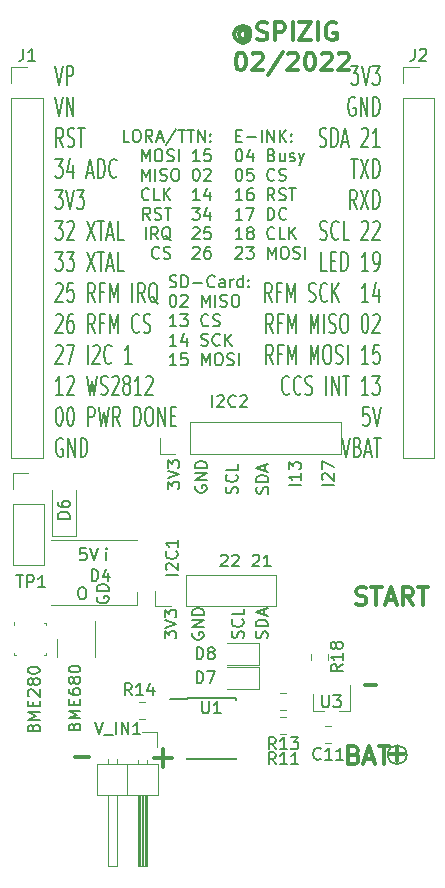
<source format=gbr>
G04 #@! TF.GenerationSoftware,KiCad,Pcbnew,(5.1.10)-1*
G04 #@! TF.CreationDate,2022-01-12T20:10:35+01:00*
G04 #@! TF.ProjectId,ttgot5,7474676f-7435-42e6-9b69-6361645f7063,rev?*
G04 #@! TF.SameCoordinates,Original*
G04 #@! TF.FileFunction,Legend,Top*
G04 #@! TF.FilePolarity,Positive*
%FSLAX46Y46*%
G04 Gerber Fmt 4.6, Leading zero omitted, Abs format (unit mm)*
G04 Created by KiCad (PCBNEW (5.1.10)-1) date 2022-01-12 20:10:35*
%MOMM*%
%LPD*%
G01*
G04 APERTURE LIST*
%ADD10C,0.150000*%
%ADD11C,0.300000*%
%ADD12C,0.200000*%
%ADD13C,0.120000*%
%ADD14C,0.100000*%
G04 APERTURE END LIST*
D10*
X107802000Y-149510095D02*
X107754380Y-149605333D01*
X107754380Y-149748190D01*
X107802000Y-149891047D01*
X107897238Y-149986285D01*
X107992476Y-150033904D01*
X108182952Y-150081523D01*
X108325809Y-150081523D01*
X108516285Y-150033904D01*
X108611523Y-149986285D01*
X108706761Y-149891047D01*
X108754380Y-149748190D01*
X108754380Y-149652952D01*
X108706761Y-149510095D01*
X108659142Y-149462476D01*
X108325809Y-149462476D01*
X108325809Y-149652952D01*
X108754380Y-149033904D02*
X107754380Y-149033904D01*
X107754380Y-148795809D01*
X107802000Y-148652952D01*
X107897238Y-148557714D01*
X107992476Y-148510095D01*
X108182952Y-148462476D01*
X108325809Y-148462476D01*
X108516285Y-148510095D01*
X108611523Y-148557714D01*
X108706761Y-148652952D01*
X108754380Y-148795809D01*
X108754380Y-149033904D01*
X106428761Y-148724380D02*
X106619238Y-148724380D01*
X106714476Y-148772000D01*
X106809714Y-148867238D01*
X106857333Y-149057714D01*
X106857333Y-149391047D01*
X106809714Y-149581523D01*
X106714476Y-149676761D01*
X106619238Y-149724380D01*
X106428761Y-149724380D01*
X106333523Y-149676761D01*
X106238285Y-149581523D01*
X106190666Y-149391047D01*
X106190666Y-149057714D01*
X106238285Y-148867238D01*
X106333523Y-148772000D01*
X106428761Y-148724380D01*
X108556000Y-146422380D02*
X108556000Y-145755714D01*
X108556000Y-145422380D02*
X108508380Y-145470000D01*
X108556000Y-145517619D01*
X108603619Y-145470000D01*
X108556000Y-145422380D01*
X108556000Y-145517619D01*
D11*
X105952571Y-163095142D02*
X107095428Y-163095142D01*
X112620095Y-163130857D02*
X114143904Y-163130857D01*
X113382000Y-163892761D02*
X113382000Y-162368952D01*
D10*
X125010380Y-140064380D02*
X124010380Y-140064380D01*
X125010380Y-139064380D02*
X125010380Y-139635809D01*
X125010380Y-139350095D02*
X124010380Y-139350095D01*
X124153238Y-139445333D01*
X124248476Y-139540571D01*
X124296095Y-139635809D01*
X124010380Y-138731047D02*
X124010380Y-138112000D01*
X124391333Y-138445333D01*
X124391333Y-138302476D01*
X124438952Y-138207238D01*
X124486571Y-138159619D01*
X124581809Y-138112000D01*
X124819904Y-138112000D01*
X124915142Y-138159619D01*
X124962761Y-138207238D01*
X125010380Y-138302476D01*
X125010380Y-138588190D01*
X124962761Y-138683428D01*
X124915142Y-138731047D01*
X127804380Y-140064380D02*
X126804380Y-140064380D01*
X126899619Y-139635809D02*
X126852000Y-139588190D01*
X126804380Y-139492952D01*
X126804380Y-139254857D01*
X126852000Y-139159619D01*
X126899619Y-139112000D01*
X126994857Y-139064380D01*
X127090095Y-139064380D01*
X127232952Y-139112000D01*
X127804380Y-139683428D01*
X127804380Y-139064380D01*
X126804380Y-138731047D02*
X126804380Y-138064380D01*
X127804380Y-138492952D01*
X113748780Y-140400895D02*
X113748780Y-139781847D01*
X114129733Y-140115180D01*
X114129733Y-139972323D01*
X114177352Y-139877085D01*
X114224971Y-139829466D01*
X114320209Y-139781847D01*
X114558304Y-139781847D01*
X114653542Y-139829466D01*
X114701161Y-139877085D01*
X114748780Y-139972323D01*
X114748780Y-140258038D01*
X114701161Y-140353276D01*
X114653542Y-140400895D01*
X113748780Y-139496133D02*
X114748780Y-139162800D01*
X113748780Y-138829466D01*
X113748780Y-138591371D02*
X113748780Y-137972323D01*
X114129733Y-138305657D01*
X114129733Y-138162800D01*
X114177352Y-138067561D01*
X114224971Y-138019942D01*
X114320209Y-137972323D01*
X114558304Y-137972323D01*
X114653542Y-138019942D01*
X114701161Y-138067561D01*
X114748780Y-138162800D01*
X114748780Y-138448514D01*
X114701161Y-138543752D01*
X114653542Y-138591371D01*
X119628761Y-140759676D02*
X119676380Y-140616819D01*
X119676380Y-140378723D01*
X119628761Y-140283485D01*
X119581142Y-140235866D01*
X119485904Y-140188247D01*
X119390666Y-140188247D01*
X119295428Y-140235866D01*
X119247809Y-140283485D01*
X119200190Y-140378723D01*
X119152571Y-140569200D01*
X119104952Y-140664438D01*
X119057333Y-140712057D01*
X118962095Y-140759676D01*
X118866857Y-140759676D01*
X118771619Y-140712057D01*
X118724000Y-140664438D01*
X118676380Y-140569200D01*
X118676380Y-140331104D01*
X118724000Y-140188247D01*
X119581142Y-139188247D02*
X119628761Y-139235866D01*
X119676380Y-139378723D01*
X119676380Y-139473961D01*
X119628761Y-139616819D01*
X119533523Y-139712057D01*
X119438285Y-139759676D01*
X119247809Y-139807295D01*
X119104952Y-139807295D01*
X118914476Y-139759676D01*
X118819238Y-139712057D01*
X118724000Y-139616819D01*
X118676380Y-139473961D01*
X118676380Y-139378723D01*
X118724000Y-139235866D01*
X118771619Y-139188247D01*
X119676380Y-138283485D02*
X119676380Y-138759676D01*
X118676380Y-138759676D01*
X116133200Y-140127904D02*
X116085580Y-140223142D01*
X116085580Y-140366000D01*
X116133200Y-140508857D01*
X116228438Y-140604095D01*
X116323676Y-140651714D01*
X116514152Y-140699333D01*
X116657009Y-140699333D01*
X116847485Y-140651714D01*
X116942723Y-140604095D01*
X117037961Y-140508857D01*
X117085580Y-140366000D01*
X117085580Y-140270761D01*
X117037961Y-140127904D01*
X116990342Y-140080285D01*
X116657009Y-140080285D01*
X116657009Y-140270761D01*
X117085580Y-139651714D02*
X116085580Y-139651714D01*
X117085580Y-139080285D01*
X116085580Y-139080285D01*
X117085580Y-138604095D02*
X116085580Y-138604095D01*
X116085580Y-138366000D01*
X116133200Y-138223142D01*
X116228438Y-138127904D01*
X116323676Y-138080285D01*
X116514152Y-138032666D01*
X116657009Y-138032666D01*
X116847485Y-138080285D01*
X116942723Y-138127904D01*
X117037961Y-138223142D01*
X117085580Y-138366000D01*
X117085580Y-138604095D01*
X122219561Y-140783485D02*
X122267180Y-140640628D01*
X122267180Y-140402533D01*
X122219561Y-140307295D01*
X122171942Y-140259676D01*
X122076704Y-140212057D01*
X121981466Y-140212057D01*
X121886228Y-140259676D01*
X121838609Y-140307295D01*
X121790990Y-140402533D01*
X121743371Y-140593009D01*
X121695752Y-140688247D01*
X121648133Y-140735866D01*
X121552895Y-140783485D01*
X121457657Y-140783485D01*
X121362419Y-140735866D01*
X121314800Y-140688247D01*
X121267180Y-140593009D01*
X121267180Y-140354914D01*
X121314800Y-140212057D01*
X122267180Y-139783485D02*
X121267180Y-139783485D01*
X121267180Y-139545390D01*
X121314800Y-139402533D01*
X121410038Y-139307295D01*
X121505276Y-139259676D01*
X121695752Y-139212057D01*
X121838609Y-139212057D01*
X122029085Y-139259676D01*
X122124323Y-139307295D01*
X122219561Y-139402533D01*
X122267180Y-139545390D01*
X122267180Y-139783485D01*
X121981466Y-138831104D02*
X121981466Y-138354914D01*
X122267180Y-138926342D02*
X121267180Y-138593009D01*
X122267180Y-138259676D01*
X110507261Y-110992380D02*
X110031071Y-110992380D01*
X110031071Y-109992380D01*
X111031071Y-109992380D02*
X111221547Y-109992380D01*
X111316785Y-110040000D01*
X111412023Y-110135238D01*
X111459642Y-110325714D01*
X111459642Y-110659047D01*
X111412023Y-110849523D01*
X111316785Y-110944761D01*
X111221547Y-110992380D01*
X111031071Y-110992380D01*
X110935833Y-110944761D01*
X110840595Y-110849523D01*
X110792976Y-110659047D01*
X110792976Y-110325714D01*
X110840595Y-110135238D01*
X110935833Y-110040000D01*
X111031071Y-109992380D01*
X112459642Y-110992380D02*
X112126309Y-110516190D01*
X111888214Y-110992380D02*
X111888214Y-109992380D01*
X112269166Y-109992380D01*
X112364404Y-110040000D01*
X112412023Y-110087619D01*
X112459642Y-110182857D01*
X112459642Y-110325714D01*
X112412023Y-110420952D01*
X112364404Y-110468571D01*
X112269166Y-110516190D01*
X111888214Y-110516190D01*
X112840595Y-110706666D02*
X113316785Y-110706666D01*
X112745357Y-110992380D02*
X113078690Y-109992380D01*
X113412023Y-110992380D01*
X114459642Y-109944761D02*
X113602500Y-111230476D01*
X114650119Y-109992380D02*
X115221547Y-109992380D01*
X114935833Y-110992380D02*
X114935833Y-109992380D01*
X115412023Y-109992380D02*
X115983452Y-109992380D01*
X115697738Y-110992380D02*
X115697738Y-109992380D01*
X116316785Y-110992380D02*
X116316785Y-109992380D01*
X116888214Y-110992380D01*
X116888214Y-109992380D01*
X117364404Y-110897142D02*
X117412023Y-110944761D01*
X117364404Y-110992380D01*
X117316785Y-110944761D01*
X117364404Y-110897142D01*
X117364404Y-110992380D01*
X117364404Y-110373333D02*
X117412023Y-110420952D01*
X117364404Y-110468571D01*
X117316785Y-110420952D01*
X117364404Y-110373333D01*
X117364404Y-110468571D01*
X111554880Y-112642380D02*
X111554880Y-111642380D01*
X111888214Y-112356666D01*
X112221547Y-111642380D01*
X112221547Y-112642380D01*
X112888214Y-111642380D02*
X113078690Y-111642380D01*
X113173928Y-111690000D01*
X113269166Y-111785238D01*
X113316785Y-111975714D01*
X113316785Y-112309047D01*
X113269166Y-112499523D01*
X113173928Y-112594761D01*
X113078690Y-112642380D01*
X112888214Y-112642380D01*
X112792976Y-112594761D01*
X112697738Y-112499523D01*
X112650119Y-112309047D01*
X112650119Y-111975714D01*
X112697738Y-111785238D01*
X112792976Y-111690000D01*
X112888214Y-111642380D01*
X113697738Y-112594761D02*
X113840595Y-112642380D01*
X114078690Y-112642380D01*
X114173928Y-112594761D01*
X114221547Y-112547142D01*
X114269166Y-112451904D01*
X114269166Y-112356666D01*
X114221547Y-112261428D01*
X114173928Y-112213809D01*
X114078690Y-112166190D01*
X113888214Y-112118571D01*
X113792976Y-112070952D01*
X113745357Y-112023333D01*
X113697738Y-111928095D01*
X113697738Y-111832857D01*
X113745357Y-111737619D01*
X113792976Y-111690000D01*
X113888214Y-111642380D01*
X114126309Y-111642380D01*
X114269166Y-111690000D01*
X114697738Y-112642380D02*
X114697738Y-111642380D01*
X116459642Y-112642380D02*
X115888214Y-112642380D01*
X116173928Y-112642380D02*
X116173928Y-111642380D01*
X116078690Y-111785238D01*
X115983452Y-111880476D01*
X115888214Y-111928095D01*
X117364404Y-111642380D02*
X116888214Y-111642380D01*
X116840595Y-112118571D01*
X116888214Y-112070952D01*
X116983452Y-112023333D01*
X117221547Y-112023333D01*
X117316785Y-112070952D01*
X117364404Y-112118571D01*
X117412023Y-112213809D01*
X117412023Y-112451904D01*
X117364404Y-112547142D01*
X117316785Y-112594761D01*
X117221547Y-112642380D01*
X116983452Y-112642380D01*
X116888214Y-112594761D01*
X116840595Y-112547142D01*
X111554880Y-114292380D02*
X111554880Y-113292380D01*
X111888214Y-114006666D01*
X112221547Y-113292380D01*
X112221547Y-114292380D01*
X112697738Y-114292380D02*
X112697738Y-113292380D01*
X113126309Y-114244761D02*
X113269166Y-114292380D01*
X113507261Y-114292380D01*
X113602500Y-114244761D01*
X113650119Y-114197142D01*
X113697738Y-114101904D01*
X113697738Y-114006666D01*
X113650119Y-113911428D01*
X113602500Y-113863809D01*
X113507261Y-113816190D01*
X113316785Y-113768571D01*
X113221547Y-113720952D01*
X113173928Y-113673333D01*
X113126309Y-113578095D01*
X113126309Y-113482857D01*
X113173928Y-113387619D01*
X113221547Y-113340000D01*
X113316785Y-113292380D01*
X113554880Y-113292380D01*
X113697738Y-113340000D01*
X114316785Y-113292380D02*
X114507261Y-113292380D01*
X114602500Y-113340000D01*
X114697738Y-113435238D01*
X114745357Y-113625714D01*
X114745357Y-113959047D01*
X114697738Y-114149523D01*
X114602500Y-114244761D01*
X114507261Y-114292380D01*
X114316785Y-114292380D01*
X114221547Y-114244761D01*
X114126309Y-114149523D01*
X114078690Y-113959047D01*
X114078690Y-113625714D01*
X114126309Y-113435238D01*
X114221547Y-113340000D01*
X114316785Y-113292380D01*
X116126309Y-113292380D02*
X116221547Y-113292380D01*
X116316785Y-113340000D01*
X116364404Y-113387619D01*
X116412023Y-113482857D01*
X116459642Y-113673333D01*
X116459642Y-113911428D01*
X116412023Y-114101904D01*
X116364404Y-114197142D01*
X116316785Y-114244761D01*
X116221547Y-114292380D01*
X116126309Y-114292380D01*
X116031071Y-114244761D01*
X115983452Y-114197142D01*
X115935833Y-114101904D01*
X115888214Y-113911428D01*
X115888214Y-113673333D01*
X115935833Y-113482857D01*
X115983452Y-113387619D01*
X116031071Y-113340000D01*
X116126309Y-113292380D01*
X116840595Y-113387619D02*
X116888214Y-113340000D01*
X116983452Y-113292380D01*
X117221547Y-113292380D01*
X117316785Y-113340000D01*
X117364404Y-113387619D01*
X117412023Y-113482857D01*
X117412023Y-113578095D01*
X117364404Y-113720952D01*
X116792976Y-114292380D01*
X117412023Y-114292380D01*
X112173928Y-115847142D02*
X112126309Y-115894761D01*
X111983452Y-115942380D01*
X111888214Y-115942380D01*
X111745357Y-115894761D01*
X111650119Y-115799523D01*
X111602500Y-115704285D01*
X111554880Y-115513809D01*
X111554880Y-115370952D01*
X111602500Y-115180476D01*
X111650119Y-115085238D01*
X111745357Y-114990000D01*
X111888214Y-114942380D01*
X111983452Y-114942380D01*
X112126309Y-114990000D01*
X112173928Y-115037619D01*
X113078690Y-115942380D02*
X112602500Y-115942380D01*
X112602500Y-114942380D01*
X113412023Y-115942380D02*
X113412023Y-114942380D01*
X113983452Y-115942380D02*
X113554880Y-115370952D01*
X113983452Y-114942380D02*
X113412023Y-115513809D01*
X116459642Y-115942380D02*
X115888214Y-115942380D01*
X116173928Y-115942380D02*
X116173928Y-114942380D01*
X116078690Y-115085238D01*
X115983452Y-115180476D01*
X115888214Y-115228095D01*
X117316785Y-115275714D02*
X117316785Y-115942380D01*
X117078690Y-114894761D02*
X116840595Y-115609047D01*
X117459642Y-115609047D01*
X112269166Y-117592380D02*
X111935833Y-117116190D01*
X111697738Y-117592380D02*
X111697738Y-116592380D01*
X112078690Y-116592380D01*
X112173928Y-116640000D01*
X112221547Y-116687619D01*
X112269166Y-116782857D01*
X112269166Y-116925714D01*
X112221547Y-117020952D01*
X112173928Y-117068571D01*
X112078690Y-117116190D01*
X111697738Y-117116190D01*
X112650119Y-117544761D02*
X112792976Y-117592380D01*
X113031071Y-117592380D01*
X113126309Y-117544761D01*
X113173928Y-117497142D01*
X113221547Y-117401904D01*
X113221547Y-117306666D01*
X113173928Y-117211428D01*
X113126309Y-117163809D01*
X113031071Y-117116190D01*
X112840595Y-117068571D01*
X112745357Y-117020952D01*
X112697738Y-116973333D01*
X112650119Y-116878095D01*
X112650119Y-116782857D01*
X112697738Y-116687619D01*
X112745357Y-116640000D01*
X112840595Y-116592380D01*
X113078690Y-116592380D01*
X113221547Y-116640000D01*
X113507261Y-116592380D02*
X114078690Y-116592380D01*
X113792976Y-117592380D02*
X113792976Y-116592380D01*
X115840595Y-116592380D02*
X116459642Y-116592380D01*
X116126309Y-116973333D01*
X116269166Y-116973333D01*
X116364404Y-117020952D01*
X116412023Y-117068571D01*
X116459642Y-117163809D01*
X116459642Y-117401904D01*
X116412023Y-117497142D01*
X116364404Y-117544761D01*
X116269166Y-117592380D01*
X115983452Y-117592380D01*
X115888214Y-117544761D01*
X115840595Y-117497142D01*
X117316785Y-116925714D02*
X117316785Y-117592380D01*
X117078690Y-116544761D02*
X116840595Y-117259047D01*
X117459642Y-117259047D01*
X111888214Y-119242380D02*
X111888214Y-118242380D01*
X112935833Y-119242380D02*
X112602500Y-118766190D01*
X112364404Y-119242380D02*
X112364404Y-118242380D01*
X112745357Y-118242380D01*
X112840595Y-118290000D01*
X112888214Y-118337619D01*
X112935833Y-118432857D01*
X112935833Y-118575714D01*
X112888214Y-118670952D01*
X112840595Y-118718571D01*
X112745357Y-118766190D01*
X112364404Y-118766190D01*
X114031071Y-119337619D02*
X113935833Y-119290000D01*
X113840595Y-119194761D01*
X113697738Y-119051904D01*
X113602500Y-119004285D01*
X113507261Y-119004285D01*
X113554880Y-119242380D02*
X113459642Y-119194761D01*
X113364404Y-119099523D01*
X113316785Y-118909047D01*
X113316785Y-118575714D01*
X113364404Y-118385238D01*
X113459642Y-118290000D01*
X113554880Y-118242380D01*
X113745357Y-118242380D01*
X113840595Y-118290000D01*
X113935833Y-118385238D01*
X113983452Y-118575714D01*
X113983452Y-118909047D01*
X113935833Y-119099523D01*
X113840595Y-119194761D01*
X113745357Y-119242380D01*
X113554880Y-119242380D01*
X115888214Y-118337619D02*
X115935833Y-118290000D01*
X116031071Y-118242380D01*
X116269166Y-118242380D01*
X116364404Y-118290000D01*
X116412023Y-118337619D01*
X116459642Y-118432857D01*
X116459642Y-118528095D01*
X116412023Y-118670952D01*
X115840595Y-119242380D01*
X116459642Y-119242380D01*
X117364404Y-118242380D02*
X116888214Y-118242380D01*
X116840595Y-118718571D01*
X116888214Y-118670952D01*
X116983452Y-118623333D01*
X117221547Y-118623333D01*
X117316785Y-118670952D01*
X117364404Y-118718571D01*
X117412023Y-118813809D01*
X117412023Y-119051904D01*
X117364404Y-119147142D01*
X117316785Y-119194761D01*
X117221547Y-119242380D01*
X116983452Y-119242380D01*
X116888214Y-119194761D01*
X116840595Y-119147142D01*
X113031071Y-120797142D02*
X112983452Y-120844761D01*
X112840595Y-120892380D01*
X112745357Y-120892380D01*
X112602500Y-120844761D01*
X112507261Y-120749523D01*
X112459642Y-120654285D01*
X112412023Y-120463809D01*
X112412023Y-120320952D01*
X112459642Y-120130476D01*
X112507261Y-120035238D01*
X112602500Y-119940000D01*
X112745357Y-119892380D01*
X112840595Y-119892380D01*
X112983452Y-119940000D01*
X113031071Y-119987619D01*
X113412023Y-120844761D02*
X113554880Y-120892380D01*
X113792976Y-120892380D01*
X113888214Y-120844761D01*
X113935833Y-120797142D01*
X113983452Y-120701904D01*
X113983452Y-120606666D01*
X113935833Y-120511428D01*
X113888214Y-120463809D01*
X113792976Y-120416190D01*
X113602500Y-120368571D01*
X113507261Y-120320952D01*
X113459642Y-120273333D01*
X113412023Y-120178095D01*
X113412023Y-120082857D01*
X113459642Y-119987619D01*
X113507261Y-119940000D01*
X113602500Y-119892380D01*
X113840595Y-119892380D01*
X113983452Y-119940000D01*
X115888214Y-119987619D02*
X115935833Y-119940000D01*
X116031071Y-119892380D01*
X116269166Y-119892380D01*
X116364404Y-119940000D01*
X116412023Y-119987619D01*
X116459642Y-120082857D01*
X116459642Y-120178095D01*
X116412023Y-120320952D01*
X115840595Y-120892380D01*
X116459642Y-120892380D01*
X117316785Y-119892380D02*
X117126309Y-119892380D01*
X117031071Y-119940000D01*
X116983452Y-119987619D01*
X116888214Y-120130476D01*
X116840595Y-120320952D01*
X116840595Y-120701904D01*
X116888214Y-120797142D01*
X116935833Y-120844761D01*
X117031071Y-120892380D01*
X117221547Y-120892380D01*
X117316785Y-120844761D01*
X117364404Y-120797142D01*
X117412023Y-120701904D01*
X117412023Y-120463809D01*
X117364404Y-120368571D01*
X117316785Y-120320952D01*
X117221547Y-120273333D01*
X117031071Y-120273333D01*
X116935833Y-120320952D01*
X116888214Y-120368571D01*
X116840595Y-120463809D01*
D12*
X131212761Y-156999142D02*
X130603238Y-156999142D01*
D11*
X131365142Y-156999142D02*
X130450857Y-156999142D01*
D10*
X133994000Y-162900000D02*
G75*
G03*
X133994000Y-162900000I-800000J0D01*
G01*
D11*
X120411142Y-101682485D02*
X120339714Y-101611057D01*
X120196857Y-101539628D01*
X120054000Y-101539628D01*
X119911142Y-101611057D01*
X119839714Y-101682485D01*
X119768285Y-101825342D01*
X119768285Y-101968200D01*
X119839714Y-102111057D01*
X119911142Y-102182485D01*
X120054000Y-102253914D01*
X120196857Y-102253914D01*
X120339714Y-102182485D01*
X120411142Y-102111057D01*
X120411142Y-101539628D02*
X120411142Y-102111057D01*
X120482571Y-102182485D01*
X120554000Y-102182485D01*
X120696857Y-102111057D01*
X120768285Y-101968200D01*
X120768285Y-101611057D01*
X120625428Y-101396771D01*
X120411142Y-101253914D01*
X120125428Y-101182485D01*
X119839714Y-101253914D01*
X119625428Y-101396771D01*
X119482571Y-101611057D01*
X119411142Y-101896771D01*
X119482571Y-102182485D01*
X119625428Y-102396771D01*
X119839714Y-102539628D01*
X120125428Y-102611057D01*
X120411142Y-102539628D01*
X120625428Y-102396771D01*
X121339714Y-102325342D02*
X121554000Y-102396771D01*
X121911142Y-102396771D01*
X122054000Y-102325342D01*
X122125428Y-102253914D01*
X122196857Y-102111057D01*
X122196857Y-101968200D01*
X122125428Y-101825342D01*
X122054000Y-101753914D01*
X121911142Y-101682485D01*
X121625428Y-101611057D01*
X121482571Y-101539628D01*
X121411142Y-101468200D01*
X121339714Y-101325342D01*
X121339714Y-101182485D01*
X121411142Y-101039628D01*
X121482571Y-100968200D01*
X121625428Y-100896771D01*
X121982571Y-100896771D01*
X122196857Y-100968200D01*
X122839714Y-102396771D02*
X122839714Y-100896771D01*
X123411142Y-100896771D01*
X123554000Y-100968200D01*
X123625428Y-101039628D01*
X123696857Y-101182485D01*
X123696857Y-101396771D01*
X123625428Y-101539628D01*
X123554000Y-101611057D01*
X123411142Y-101682485D01*
X122839714Y-101682485D01*
X124339714Y-102396771D02*
X124339714Y-100896771D01*
X124911142Y-100896771D02*
X125911142Y-100896771D01*
X124911142Y-102396771D01*
X125911142Y-102396771D01*
X126482571Y-102396771D02*
X126482571Y-100896771D01*
X127982571Y-100968200D02*
X127839714Y-100896771D01*
X127625428Y-100896771D01*
X127411142Y-100968200D01*
X127268285Y-101111057D01*
X127196857Y-101253914D01*
X127125428Y-101539628D01*
X127125428Y-101753914D01*
X127196857Y-102039628D01*
X127268285Y-102182485D01*
X127411142Y-102325342D01*
X127625428Y-102396771D01*
X127768285Y-102396771D01*
X127982571Y-102325342D01*
X128054000Y-102253914D01*
X128054000Y-101753914D01*
X127768285Y-101753914D01*
X119875428Y-103446771D02*
X120018285Y-103446771D01*
X120161142Y-103518200D01*
X120232571Y-103589628D01*
X120304000Y-103732485D01*
X120375428Y-104018200D01*
X120375428Y-104375342D01*
X120304000Y-104661057D01*
X120232571Y-104803914D01*
X120161142Y-104875342D01*
X120018285Y-104946771D01*
X119875428Y-104946771D01*
X119732571Y-104875342D01*
X119661142Y-104803914D01*
X119589714Y-104661057D01*
X119518285Y-104375342D01*
X119518285Y-104018200D01*
X119589714Y-103732485D01*
X119661142Y-103589628D01*
X119732571Y-103518200D01*
X119875428Y-103446771D01*
X120946857Y-103589628D02*
X121018285Y-103518200D01*
X121161142Y-103446771D01*
X121518285Y-103446771D01*
X121661142Y-103518200D01*
X121732571Y-103589628D01*
X121804000Y-103732485D01*
X121804000Y-103875342D01*
X121732571Y-104089628D01*
X120875428Y-104946771D01*
X121804000Y-104946771D01*
X123518285Y-103375342D02*
X122232571Y-105303914D01*
X123946857Y-103589628D02*
X124018285Y-103518200D01*
X124161142Y-103446771D01*
X124518285Y-103446771D01*
X124661142Y-103518200D01*
X124732571Y-103589628D01*
X124804000Y-103732485D01*
X124804000Y-103875342D01*
X124732571Y-104089628D01*
X123875428Y-104946771D01*
X124804000Y-104946771D01*
X125732571Y-103446771D02*
X125875428Y-103446771D01*
X126018285Y-103518200D01*
X126089714Y-103589628D01*
X126161142Y-103732485D01*
X126232571Y-104018200D01*
X126232571Y-104375342D01*
X126161142Y-104661057D01*
X126089714Y-104803914D01*
X126018285Y-104875342D01*
X125875428Y-104946771D01*
X125732571Y-104946771D01*
X125589714Y-104875342D01*
X125518285Y-104803914D01*
X125446857Y-104661057D01*
X125375428Y-104375342D01*
X125375428Y-104018200D01*
X125446857Y-103732485D01*
X125518285Y-103589628D01*
X125589714Y-103518200D01*
X125732571Y-103446771D01*
X126804000Y-103589628D02*
X126875428Y-103518200D01*
X127018285Y-103446771D01*
X127375428Y-103446771D01*
X127518285Y-103518200D01*
X127589714Y-103589628D01*
X127661142Y-103732485D01*
X127661142Y-103875342D01*
X127589714Y-104089628D01*
X126732571Y-104946771D01*
X127661142Y-104946771D01*
X128232571Y-103589628D02*
X128304000Y-103518200D01*
X128446857Y-103446771D01*
X128804000Y-103446771D01*
X128946857Y-103518200D01*
X129018285Y-103589628D01*
X129089714Y-103732485D01*
X129089714Y-103875342D01*
X129018285Y-104089628D01*
X128161142Y-104946771D01*
X129089714Y-104946771D01*
X129721714Y-150133142D02*
X129936000Y-150204571D01*
X130293142Y-150204571D01*
X130436000Y-150133142D01*
X130507428Y-150061714D01*
X130578857Y-149918857D01*
X130578857Y-149776000D01*
X130507428Y-149633142D01*
X130436000Y-149561714D01*
X130293142Y-149490285D01*
X130007428Y-149418857D01*
X129864571Y-149347428D01*
X129793142Y-149276000D01*
X129721714Y-149133142D01*
X129721714Y-148990285D01*
X129793142Y-148847428D01*
X129864571Y-148776000D01*
X130007428Y-148704571D01*
X130364571Y-148704571D01*
X130578857Y-148776000D01*
X131007428Y-148704571D02*
X131864571Y-148704571D01*
X131436000Y-150204571D02*
X131436000Y-148704571D01*
X132293142Y-149776000D02*
X133007428Y-149776000D01*
X132150285Y-150204571D02*
X132650285Y-148704571D01*
X133150285Y-150204571D01*
X134507428Y-150204571D02*
X134007428Y-149490285D01*
X133650285Y-150204571D02*
X133650285Y-148704571D01*
X134221714Y-148704571D01*
X134364571Y-148776000D01*
X134436000Y-148847428D01*
X134507428Y-148990285D01*
X134507428Y-149204571D01*
X134436000Y-149347428D01*
X134364571Y-149418857D01*
X134221714Y-149490285D01*
X133650285Y-149490285D01*
X134936000Y-148704571D02*
X135793142Y-148704571D01*
X135364571Y-150204571D02*
X135364571Y-148704571D01*
D10*
X118258895Y-146047619D02*
X118306514Y-146000000D01*
X118401752Y-145952380D01*
X118639847Y-145952380D01*
X118735085Y-146000000D01*
X118782704Y-146047619D01*
X118830323Y-146142857D01*
X118830323Y-146238095D01*
X118782704Y-146380952D01*
X118211276Y-146952380D01*
X118830323Y-146952380D01*
X119211276Y-146047619D02*
X119258895Y-146000000D01*
X119354133Y-145952380D01*
X119592228Y-145952380D01*
X119687466Y-146000000D01*
X119735085Y-146047619D01*
X119782704Y-146142857D01*
X119782704Y-146238095D01*
X119735085Y-146380952D01*
X119163657Y-146952380D01*
X119782704Y-146952380D01*
X120951295Y-146047619D02*
X120998914Y-146000000D01*
X121094152Y-145952380D01*
X121332247Y-145952380D01*
X121427485Y-146000000D01*
X121475104Y-146047619D01*
X121522723Y-146142857D01*
X121522723Y-146238095D01*
X121475104Y-146380952D01*
X120903676Y-146952380D01*
X121522723Y-146952380D01*
X122475104Y-146952380D02*
X121903676Y-146952380D01*
X122189390Y-146952380D02*
X122189390Y-145952380D01*
X122094152Y-146095238D01*
X121998914Y-146190476D01*
X121903676Y-146238095D01*
X119559595Y-110468571D02*
X119892928Y-110468571D01*
X120035785Y-110992380D02*
X119559595Y-110992380D01*
X119559595Y-109992380D01*
X120035785Y-109992380D01*
X120464357Y-110611428D02*
X121226261Y-110611428D01*
X121702452Y-110992380D02*
X121702452Y-109992380D01*
X122178642Y-110992380D02*
X122178642Y-109992380D01*
X122750071Y-110992380D01*
X122750071Y-109992380D01*
X123226261Y-110992380D02*
X123226261Y-109992380D01*
X123797690Y-110992380D02*
X123369119Y-110420952D01*
X123797690Y-109992380D02*
X123226261Y-110563809D01*
X124226261Y-110897142D02*
X124273880Y-110944761D01*
X124226261Y-110992380D01*
X124178642Y-110944761D01*
X124226261Y-110897142D01*
X124226261Y-110992380D01*
X124226261Y-110373333D02*
X124273880Y-110420952D01*
X124226261Y-110468571D01*
X124178642Y-110420952D01*
X124226261Y-110373333D01*
X124226261Y-110468571D01*
X119750071Y-111642380D02*
X119845309Y-111642380D01*
X119940547Y-111690000D01*
X119988166Y-111737619D01*
X120035785Y-111832857D01*
X120083404Y-112023333D01*
X120083404Y-112261428D01*
X120035785Y-112451904D01*
X119988166Y-112547142D01*
X119940547Y-112594761D01*
X119845309Y-112642380D01*
X119750071Y-112642380D01*
X119654833Y-112594761D01*
X119607214Y-112547142D01*
X119559595Y-112451904D01*
X119511976Y-112261428D01*
X119511976Y-112023333D01*
X119559595Y-111832857D01*
X119607214Y-111737619D01*
X119654833Y-111690000D01*
X119750071Y-111642380D01*
X120940547Y-111975714D02*
X120940547Y-112642380D01*
X120702452Y-111594761D02*
X120464357Y-112309047D01*
X121083404Y-112309047D01*
X122559595Y-112118571D02*
X122702452Y-112166190D01*
X122750071Y-112213809D01*
X122797690Y-112309047D01*
X122797690Y-112451904D01*
X122750071Y-112547142D01*
X122702452Y-112594761D01*
X122607214Y-112642380D01*
X122226261Y-112642380D01*
X122226261Y-111642380D01*
X122559595Y-111642380D01*
X122654833Y-111690000D01*
X122702452Y-111737619D01*
X122750071Y-111832857D01*
X122750071Y-111928095D01*
X122702452Y-112023333D01*
X122654833Y-112070952D01*
X122559595Y-112118571D01*
X122226261Y-112118571D01*
X123654833Y-111975714D02*
X123654833Y-112642380D01*
X123226261Y-111975714D02*
X123226261Y-112499523D01*
X123273880Y-112594761D01*
X123369119Y-112642380D01*
X123511976Y-112642380D01*
X123607214Y-112594761D01*
X123654833Y-112547142D01*
X124083404Y-112594761D02*
X124178642Y-112642380D01*
X124369119Y-112642380D01*
X124464357Y-112594761D01*
X124511976Y-112499523D01*
X124511976Y-112451904D01*
X124464357Y-112356666D01*
X124369119Y-112309047D01*
X124226261Y-112309047D01*
X124131023Y-112261428D01*
X124083404Y-112166190D01*
X124083404Y-112118571D01*
X124131023Y-112023333D01*
X124226261Y-111975714D01*
X124369119Y-111975714D01*
X124464357Y-112023333D01*
X124845309Y-111975714D02*
X125083404Y-112642380D01*
X125321500Y-111975714D02*
X125083404Y-112642380D01*
X124988166Y-112880476D01*
X124940547Y-112928095D01*
X124845309Y-112975714D01*
X119750071Y-113292380D02*
X119845309Y-113292380D01*
X119940547Y-113340000D01*
X119988166Y-113387619D01*
X120035785Y-113482857D01*
X120083404Y-113673333D01*
X120083404Y-113911428D01*
X120035785Y-114101904D01*
X119988166Y-114197142D01*
X119940547Y-114244761D01*
X119845309Y-114292380D01*
X119750071Y-114292380D01*
X119654833Y-114244761D01*
X119607214Y-114197142D01*
X119559595Y-114101904D01*
X119511976Y-113911428D01*
X119511976Y-113673333D01*
X119559595Y-113482857D01*
X119607214Y-113387619D01*
X119654833Y-113340000D01*
X119750071Y-113292380D01*
X120988166Y-113292380D02*
X120511976Y-113292380D01*
X120464357Y-113768571D01*
X120511976Y-113720952D01*
X120607214Y-113673333D01*
X120845309Y-113673333D01*
X120940547Y-113720952D01*
X120988166Y-113768571D01*
X121035785Y-113863809D01*
X121035785Y-114101904D01*
X120988166Y-114197142D01*
X120940547Y-114244761D01*
X120845309Y-114292380D01*
X120607214Y-114292380D01*
X120511976Y-114244761D01*
X120464357Y-114197142D01*
X122797690Y-114197142D02*
X122750071Y-114244761D01*
X122607214Y-114292380D01*
X122511976Y-114292380D01*
X122369119Y-114244761D01*
X122273880Y-114149523D01*
X122226261Y-114054285D01*
X122178642Y-113863809D01*
X122178642Y-113720952D01*
X122226261Y-113530476D01*
X122273880Y-113435238D01*
X122369119Y-113340000D01*
X122511976Y-113292380D01*
X122607214Y-113292380D01*
X122750071Y-113340000D01*
X122797690Y-113387619D01*
X123178642Y-114244761D02*
X123321500Y-114292380D01*
X123559595Y-114292380D01*
X123654833Y-114244761D01*
X123702452Y-114197142D01*
X123750071Y-114101904D01*
X123750071Y-114006666D01*
X123702452Y-113911428D01*
X123654833Y-113863809D01*
X123559595Y-113816190D01*
X123369119Y-113768571D01*
X123273880Y-113720952D01*
X123226261Y-113673333D01*
X123178642Y-113578095D01*
X123178642Y-113482857D01*
X123226261Y-113387619D01*
X123273880Y-113340000D01*
X123369119Y-113292380D01*
X123607214Y-113292380D01*
X123750071Y-113340000D01*
X120083404Y-115942380D02*
X119511976Y-115942380D01*
X119797690Y-115942380D02*
X119797690Y-114942380D01*
X119702452Y-115085238D01*
X119607214Y-115180476D01*
X119511976Y-115228095D01*
X120940547Y-114942380D02*
X120750071Y-114942380D01*
X120654833Y-114990000D01*
X120607214Y-115037619D01*
X120511976Y-115180476D01*
X120464357Y-115370952D01*
X120464357Y-115751904D01*
X120511976Y-115847142D01*
X120559595Y-115894761D01*
X120654833Y-115942380D01*
X120845309Y-115942380D01*
X120940547Y-115894761D01*
X120988166Y-115847142D01*
X121035785Y-115751904D01*
X121035785Y-115513809D01*
X120988166Y-115418571D01*
X120940547Y-115370952D01*
X120845309Y-115323333D01*
X120654833Y-115323333D01*
X120559595Y-115370952D01*
X120511976Y-115418571D01*
X120464357Y-115513809D01*
X122797690Y-115942380D02*
X122464357Y-115466190D01*
X122226261Y-115942380D02*
X122226261Y-114942380D01*
X122607214Y-114942380D01*
X122702452Y-114990000D01*
X122750071Y-115037619D01*
X122797690Y-115132857D01*
X122797690Y-115275714D01*
X122750071Y-115370952D01*
X122702452Y-115418571D01*
X122607214Y-115466190D01*
X122226261Y-115466190D01*
X123178642Y-115894761D02*
X123321500Y-115942380D01*
X123559595Y-115942380D01*
X123654833Y-115894761D01*
X123702452Y-115847142D01*
X123750071Y-115751904D01*
X123750071Y-115656666D01*
X123702452Y-115561428D01*
X123654833Y-115513809D01*
X123559595Y-115466190D01*
X123369119Y-115418571D01*
X123273880Y-115370952D01*
X123226261Y-115323333D01*
X123178642Y-115228095D01*
X123178642Y-115132857D01*
X123226261Y-115037619D01*
X123273880Y-114990000D01*
X123369119Y-114942380D01*
X123607214Y-114942380D01*
X123750071Y-114990000D01*
X124035785Y-114942380D02*
X124607214Y-114942380D01*
X124321500Y-115942380D02*
X124321500Y-114942380D01*
X120083404Y-117592380D02*
X119511976Y-117592380D01*
X119797690Y-117592380D02*
X119797690Y-116592380D01*
X119702452Y-116735238D01*
X119607214Y-116830476D01*
X119511976Y-116878095D01*
X120416738Y-116592380D02*
X121083404Y-116592380D01*
X120654833Y-117592380D01*
X122226261Y-117592380D02*
X122226261Y-116592380D01*
X122464357Y-116592380D01*
X122607214Y-116640000D01*
X122702452Y-116735238D01*
X122750071Y-116830476D01*
X122797690Y-117020952D01*
X122797690Y-117163809D01*
X122750071Y-117354285D01*
X122702452Y-117449523D01*
X122607214Y-117544761D01*
X122464357Y-117592380D01*
X122226261Y-117592380D01*
X123797690Y-117497142D02*
X123750071Y-117544761D01*
X123607214Y-117592380D01*
X123511976Y-117592380D01*
X123369119Y-117544761D01*
X123273880Y-117449523D01*
X123226261Y-117354285D01*
X123178642Y-117163809D01*
X123178642Y-117020952D01*
X123226261Y-116830476D01*
X123273880Y-116735238D01*
X123369119Y-116640000D01*
X123511976Y-116592380D01*
X123607214Y-116592380D01*
X123750071Y-116640000D01*
X123797690Y-116687619D01*
X120083404Y-119242380D02*
X119511976Y-119242380D01*
X119797690Y-119242380D02*
X119797690Y-118242380D01*
X119702452Y-118385238D01*
X119607214Y-118480476D01*
X119511976Y-118528095D01*
X120654833Y-118670952D02*
X120559595Y-118623333D01*
X120511976Y-118575714D01*
X120464357Y-118480476D01*
X120464357Y-118432857D01*
X120511976Y-118337619D01*
X120559595Y-118290000D01*
X120654833Y-118242380D01*
X120845309Y-118242380D01*
X120940547Y-118290000D01*
X120988166Y-118337619D01*
X121035785Y-118432857D01*
X121035785Y-118480476D01*
X120988166Y-118575714D01*
X120940547Y-118623333D01*
X120845309Y-118670952D01*
X120654833Y-118670952D01*
X120559595Y-118718571D01*
X120511976Y-118766190D01*
X120464357Y-118861428D01*
X120464357Y-119051904D01*
X120511976Y-119147142D01*
X120559595Y-119194761D01*
X120654833Y-119242380D01*
X120845309Y-119242380D01*
X120940547Y-119194761D01*
X120988166Y-119147142D01*
X121035785Y-119051904D01*
X121035785Y-118861428D01*
X120988166Y-118766190D01*
X120940547Y-118718571D01*
X120845309Y-118670952D01*
X122797690Y-119147142D02*
X122750071Y-119194761D01*
X122607214Y-119242380D01*
X122511976Y-119242380D01*
X122369119Y-119194761D01*
X122273880Y-119099523D01*
X122226261Y-119004285D01*
X122178642Y-118813809D01*
X122178642Y-118670952D01*
X122226261Y-118480476D01*
X122273880Y-118385238D01*
X122369119Y-118290000D01*
X122511976Y-118242380D01*
X122607214Y-118242380D01*
X122750071Y-118290000D01*
X122797690Y-118337619D01*
X123702452Y-119242380D02*
X123226261Y-119242380D01*
X123226261Y-118242380D01*
X124035785Y-119242380D02*
X124035785Y-118242380D01*
X124607214Y-119242380D02*
X124178642Y-118670952D01*
X124607214Y-118242380D02*
X124035785Y-118813809D01*
X119511976Y-119987619D02*
X119559595Y-119940000D01*
X119654833Y-119892380D01*
X119892928Y-119892380D01*
X119988166Y-119940000D01*
X120035785Y-119987619D01*
X120083404Y-120082857D01*
X120083404Y-120178095D01*
X120035785Y-120320952D01*
X119464357Y-120892380D01*
X120083404Y-120892380D01*
X120416738Y-119892380D02*
X121035785Y-119892380D01*
X120702452Y-120273333D01*
X120845309Y-120273333D01*
X120940547Y-120320952D01*
X120988166Y-120368571D01*
X121035785Y-120463809D01*
X121035785Y-120701904D01*
X120988166Y-120797142D01*
X120940547Y-120844761D01*
X120845309Y-120892380D01*
X120559595Y-120892380D01*
X120464357Y-120844761D01*
X120416738Y-120797142D01*
X122226261Y-120892380D02*
X122226261Y-119892380D01*
X122559595Y-120606666D01*
X122892928Y-119892380D01*
X122892928Y-120892380D01*
X123559595Y-119892380D02*
X123750071Y-119892380D01*
X123845309Y-119940000D01*
X123940547Y-120035238D01*
X123988166Y-120225714D01*
X123988166Y-120559047D01*
X123940547Y-120749523D01*
X123845309Y-120844761D01*
X123750071Y-120892380D01*
X123559595Y-120892380D01*
X123464357Y-120844761D01*
X123369119Y-120749523D01*
X123321500Y-120559047D01*
X123321500Y-120225714D01*
X123369119Y-120035238D01*
X123464357Y-119940000D01*
X123559595Y-119892380D01*
X124369119Y-120844761D02*
X124511976Y-120892380D01*
X124750071Y-120892380D01*
X124845309Y-120844761D01*
X124892928Y-120797142D01*
X124940547Y-120701904D01*
X124940547Y-120606666D01*
X124892928Y-120511428D01*
X124845309Y-120463809D01*
X124750071Y-120416190D01*
X124559595Y-120368571D01*
X124464357Y-120320952D01*
X124416738Y-120273333D01*
X124369119Y-120178095D01*
X124369119Y-120082857D01*
X124416738Y-119987619D01*
X124464357Y-119940000D01*
X124559595Y-119892380D01*
X124797690Y-119892380D01*
X124940547Y-119940000D01*
X125369119Y-120892380D02*
X125369119Y-119892380D01*
X113923976Y-123262761D02*
X114066833Y-123310380D01*
X114304928Y-123310380D01*
X114400166Y-123262761D01*
X114447785Y-123215142D01*
X114495404Y-123119904D01*
X114495404Y-123024666D01*
X114447785Y-122929428D01*
X114400166Y-122881809D01*
X114304928Y-122834190D01*
X114114452Y-122786571D01*
X114019214Y-122738952D01*
X113971595Y-122691333D01*
X113923976Y-122596095D01*
X113923976Y-122500857D01*
X113971595Y-122405619D01*
X114019214Y-122358000D01*
X114114452Y-122310380D01*
X114352547Y-122310380D01*
X114495404Y-122358000D01*
X114923976Y-123310380D02*
X114923976Y-122310380D01*
X115162071Y-122310380D01*
X115304928Y-122358000D01*
X115400166Y-122453238D01*
X115447785Y-122548476D01*
X115495404Y-122738952D01*
X115495404Y-122881809D01*
X115447785Y-123072285D01*
X115400166Y-123167523D01*
X115304928Y-123262761D01*
X115162071Y-123310380D01*
X114923976Y-123310380D01*
X115923976Y-122929428D02*
X116685880Y-122929428D01*
X117733500Y-123215142D02*
X117685880Y-123262761D01*
X117543023Y-123310380D01*
X117447785Y-123310380D01*
X117304928Y-123262761D01*
X117209690Y-123167523D01*
X117162071Y-123072285D01*
X117114452Y-122881809D01*
X117114452Y-122738952D01*
X117162071Y-122548476D01*
X117209690Y-122453238D01*
X117304928Y-122358000D01*
X117447785Y-122310380D01*
X117543023Y-122310380D01*
X117685880Y-122358000D01*
X117733500Y-122405619D01*
X118590642Y-123310380D02*
X118590642Y-122786571D01*
X118543023Y-122691333D01*
X118447785Y-122643714D01*
X118257309Y-122643714D01*
X118162071Y-122691333D01*
X118590642Y-123262761D02*
X118495404Y-123310380D01*
X118257309Y-123310380D01*
X118162071Y-123262761D01*
X118114452Y-123167523D01*
X118114452Y-123072285D01*
X118162071Y-122977047D01*
X118257309Y-122929428D01*
X118495404Y-122929428D01*
X118590642Y-122881809D01*
X119066833Y-123310380D02*
X119066833Y-122643714D01*
X119066833Y-122834190D02*
X119114452Y-122738952D01*
X119162071Y-122691333D01*
X119257309Y-122643714D01*
X119352547Y-122643714D01*
X120114452Y-123310380D02*
X120114452Y-122310380D01*
X120114452Y-123262761D02*
X120019214Y-123310380D01*
X119828738Y-123310380D01*
X119733500Y-123262761D01*
X119685880Y-123215142D01*
X119638261Y-123119904D01*
X119638261Y-122834190D01*
X119685880Y-122738952D01*
X119733500Y-122691333D01*
X119828738Y-122643714D01*
X120019214Y-122643714D01*
X120114452Y-122691333D01*
X120590642Y-123215142D02*
X120638261Y-123262761D01*
X120590642Y-123310380D01*
X120543023Y-123262761D01*
X120590642Y-123215142D01*
X120590642Y-123310380D01*
X120590642Y-122691333D02*
X120638261Y-122738952D01*
X120590642Y-122786571D01*
X120543023Y-122738952D01*
X120590642Y-122691333D01*
X120590642Y-122786571D01*
X114162071Y-123960380D02*
X114257309Y-123960380D01*
X114352547Y-124008000D01*
X114400166Y-124055619D01*
X114447785Y-124150857D01*
X114495404Y-124341333D01*
X114495404Y-124579428D01*
X114447785Y-124769904D01*
X114400166Y-124865142D01*
X114352547Y-124912761D01*
X114257309Y-124960380D01*
X114162071Y-124960380D01*
X114066833Y-124912761D01*
X114019214Y-124865142D01*
X113971595Y-124769904D01*
X113923976Y-124579428D01*
X113923976Y-124341333D01*
X113971595Y-124150857D01*
X114019214Y-124055619D01*
X114066833Y-124008000D01*
X114162071Y-123960380D01*
X114876357Y-124055619D02*
X114923976Y-124008000D01*
X115019214Y-123960380D01*
X115257309Y-123960380D01*
X115352547Y-124008000D01*
X115400166Y-124055619D01*
X115447785Y-124150857D01*
X115447785Y-124246095D01*
X115400166Y-124388952D01*
X114828738Y-124960380D01*
X115447785Y-124960380D01*
X116638261Y-124960380D02*
X116638261Y-123960380D01*
X116971595Y-124674666D01*
X117304928Y-123960380D01*
X117304928Y-124960380D01*
X117781119Y-124960380D02*
X117781119Y-123960380D01*
X118209690Y-124912761D02*
X118352547Y-124960380D01*
X118590642Y-124960380D01*
X118685880Y-124912761D01*
X118733500Y-124865142D01*
X118781119Y-124769904D01*
X118781119Y-124674666D01*
X118733500Y-124579428D01*
X118685880Y-124531809D01*
X118590642Y-124484190D01*
X118400166Y-124436571D01*
X118304928Y-124388952D01*
X118257309Y-124341333D01*
X118209690Y-124246095D01*
X118209690Y-124150857D01*
X118257309Y-124055619D01*
X118304928Y-124008000D01*
X118400166Y-123960380D01*
X118638261Y-123960380D01*
X118781119Y-124008000D01*
X119400166Y-123960380D02*
X119590642Y-123960380D01*
X119685880Y-124008000D01*
X119781119Y-124103238D01*
X119828738Y-124293714D01*
X119828738Y-124627047D01*
X119781119Y-124817523D01*
X119685880Y-124912761D01*
X119590642Y-124960380D01*
X119400166Y-124960380D01*
X119304928Y-124912761D01*
X119209690Y-124817523D01*
X119162071Y-124627047D01*
X119162071Y-124293714D01*
X119209690Y-124103238D01*
X119304928Y-124008000D01*
X119400166Y-123960380D01*
X114495404Y-126610380D02*
X113923976Y-126610380D01*
X114209690Y-126610380D02*
X114209690Y-125610380D01*
X114114452Y-125753238D01*
X114019214Y-125848476D01*
X113923976Y-125896095D01*
X114828738Y-125610380D02*
X115447785Y-125610380D01*
X115114452Y-125991333D01*
X115257309Y-125991333D01*
X115352547Y-126038952D01*
X115400166Y-126086571D01*
X115447785Y-126181809D01*
X115447785Y-126419904D01*
X115400166Y-126515142D01*
X115352547Y-126562761D01*
X115257309Y-126610380D01*
X114971595Y-126610380D01*
X114876357Y-126562761D01*
X114828738Y-126515142D01*
X117209690Y-126515142D02*
X117162071Y-126562761D01*
X117019214Y-126610380D01*
X116923976Y-126610380D01*
X116781119Y-126562761D01*
X116685880Y-126467523D01*
X116638261Y-126372285D01*
X116590642Y-126181809D01*
X116590642Y-126038952D01*
X116638261Y-125848476D01*
X116685880Y-125753238D01*
X116781119Y-125658000D01*
X116923976Y-125610380D01*
X117019214Y-125610380D01*
X117162071Y-125658000D01*
X117209690Y-125705619D01*
X117590642Y-126562761D02*
X117733500Y-126610380D01*
X117971595Y-126610380D01*
X118066833Y-126562761D01*
X118114452Y-126515142D01*
X118162071Y-126419904D01*
X118162071Y-126324666D01*
X118114452Y-126229428D01*
X118066833Y-126181809D01*
X117971595Y-126134190D01*
X117781119Y-126086571D01*
X117685880Y-126038952D01*
X117638261Y-125991333D01*
X117590642Y-125896095D01*
X117590642Y-125800857D01*
X117638261Y-125705619D01*
X117685880Y-125658000D01*
X117781119Y-125610380D01*
X118019214Y-125610380D01*
X118162071Y-125658000D01*
X114495404Y-128260380D02*
X113923976Y-128260380D01*
X114209690Y-128260380D02*
X114209690Y-127260380D01*
X114114452Y-127403238D01*
X114019214Y-127498476D01*
X113923976Y-127546095D01*
X115352547Y-127593714D02*
X115352547Y-128260380D01*
X115114452Y-127212761D02*
X114876357Y-127927047D01*
X115495404Y-127927047D01*
X116590642Y-128212761D02*
X116733500Y-128260380D01*
X116971595Y-128260380D01*
X117066833Y-128212761D01*
X117114452Y-128165142D01*
X117162071Y-128069904D01*
X117162071Y-127974666D01*
X117114452Y-127879428D01*
X117066833Y-127831809D01*
X116971595Y-127784190D01*
X116781119Y-127736571D01*
X116685880Y-127688952D01*
X116638261Y-127641333D01*
X116590642Y-127546095D01*
X116590642Y-127450857D01*
X116638261Y-127355619D01*
X116685880Y-127308000D01*
X116781119Y-127260380D01*
X117019214Y-127260380D01*
X117162071Y-127308000D01*
X118162071Y-128165142D02*
X118114452Y-128212761D01*
X117971595Y-128260380D01*
X117876357Y-128260380D01*
X117733500Y-128212761D01*
X117638261Y-128117523D01*
X117590642Y-128022285D01*
X117543023Y-127831809D01*
X117543023Y-127688952D01*
X117590642Y-127498476D01*
X117638261Y-127403238D01*
X117733500Y-127308000D01*
X117876357Y-127260380D01*
X117971595Y-127260380D01*
X118114452Y-127308000D01*
X118162071Y-127355619D01*
X118590642Y-128260380D02*
X118590642Y-127260380D01*
X119162071Y-128260380D02*
X118733500Y-127688952D01*
X119162071Y-127260380D02*
X118590642Y-127831809D01*
X114495404Y-129910380D02*
X113923976Y-129910380D01*
X114209690Y-129910380D02*
X114209690Y-128910380D01*
X114114452Y-129053238D01*
X114019214Y-129148476D01*
X113923976Y-129196095D01*
X115400166Y-128910380D02*
X114923976Y-128910380D01*
X114876357Y-129386571D01*
X114923976Y-129338952D01*
X115019214Y-129291333D01*
X115257309Y-129291333D01*
X115352547Y-129338952D01*
X115400166Y-129386571D01*
X115447785Y-129481809D01*
X115447785Y-129719904D01*
X115400166Y-129815142D01*
X115352547Y-129862761D01*
X115257309Y-129910380D01*
X115019214Y-129910380D01*
X114923976Y-129862761D01*
X114876357Y-129815142D01*
X116638261Y-129910380D02*
X116638261Y-128910380D01*
X116971595Y-129624666D01*
X117304928Y-128910380D01*
X117304928Y-129910380D01*
X117971595Y-128910380D02*
X118162071Y-128910380D01*
X118257309Y-128958000D01*
X118352547Y-129053238D01*
X118400166Y-129243714D01*
X118400166Y-129577047D01*
X118352547Y-129767523D01*
X118257309Y-129862761D01*
X118162071Y-129910380D01*
X117971595Y-129910380D01*
X117876357Y-129862761D01*
X117781119Y-129767523D01*
X117733500Y-129577047D01*
X117733500Y-129243714D01*
X117781119Y-129053238D01*
X117876357Y-128958000D01*
X117971595Y-128910380D01*
X118781119Y-129862761D02*
X118923976Y-129910380D01*
X119162071Y-129910380D01*
X119257309Y-129862761D01*
X119304928Y-129815142D01*
X119352547Y-129719904D01*
X119352547Y-129624666D01*
X119304928Y-129529428D01*
X119257309Y-129481809D01*
X119162071Y-129434190D01*
X118971595Y-129386571D01*
X118876357Y-129338952D01*
X118828738Y-129291333D01*
X118781119Y-129196095D01*
X118781119Y-129100857D01*
X118828738Y-129005619D01*
X118876357Y-128958000D01*
X118971595Y-128910380D01*
X119209690Y-128910380D01*
X119352547Y-128958000D01*
X119781119Y-129910380D02*
X119781119Y-128910380D01*
X129283452Y-104546428D02*
X129902500Y-104546428D01*
X129569166Y-105175000D01*
X129712023Y-105175000D01*
X129807261Y-105253571D01*
X129854880Y-105332142D01*
X129902500Y-105489285D01*
X129902500Y-105882142D01*
X129854880Y-106039285D01*
X129807261Y-106117857D01*
X129712023Y-106196428D01*
X129426309Y-106196428D01*
X129331071Y-106117857D01*
X129283452Y-106039285D01*
X130188214Y-104546428D02*
X130521547Y-106196428D01*
X130854880Y-104546428D01*
X131092976Y-104546428D02*
X131712023Y-104546428D01*
X131378690Y-105175000D01*
X131521547Y-105175000D01*
X131616785Y-105253571D01*
X131664404Y-105332142D01*
X131712023Y-105489285D01*
X131712023Y-105882142D01*
X131664404Y-106039285D01*
X131616785Y-106117857D01*
X131521547Y-106196428D01*
X131235833Y-106196428D01*
X131140595Y-106117857D01*
X131092976Y-106039285D01*
X129616785Y-107250000D02*
X129521547Y-107171428D01*
X129378690Y-107171428D01*
X129235833Y-107250000D01*
X129140595Y-107407142D01*
X129092976Y-107564285D01*
X129045357Y-107878571D01*
X129045357Y-108114285D01*
X129092976Y-108428571D01*
X129140595Y-108585714D01*
X129235833Y-108742857D01*
X129378690Y-108821428D01*
X129473928Y-108821428D01*
X129616785Y-108742857D01*
X129664404Y-108664285D01*
X129664404Y-108114285D01*
X129473928Y-108114285D01*
X130092976Y-108821428D02*
X130092976Y-107171428D01*
X130664404Y-108821428D01*
X130664404Y-107171428D01*
X131140595Y-108821428D02*
X131140595Y-107171428D01*
X131378690Y-107171428D01*
X131521547Y-107250000D01*
X131616785Y-107407142D01*
X131664404Y-107564285D01*
X131712023Y-107878571D01*
X131712023Y-108114285D01*
X131664404Y-108428571D01*
X131616785Y-108585714D01*
X131521547Y-108742857D01*
X131378690Y-108821428D01*
X131140595Y-108821428D01*
X126616785Y-111367857D02*
X126759642Y-111446428D01*
X126997738Y-111446428D01*
X127092976Y-111367857D01*
X127140595Y-111289285D01*
X127188214Y-111132142D01*
X127188214Y-110975000D01*
X127140595Y-110817857D01*
X127092976Y-110739285D01*
X126997738Y-110660714D01*
X126807261Y-110582142D01*
X126712023Y-110503571D01*
X126664404Y-110425000D01*
X126616785Y-110267857D01*
X126616785Y-110110714D01*
X126664404Y-109953571D01*
X126712023Y-109875000D01*
X126807261Y-109796428D01*
X127045357Y-109796428D01*
X127188214Y-109875000D01*
X127616785Y-111446428D02*
X127616785Y-109796428D01*
X127854880Y-109796428D01*
X127997738Y-109875000D01*
X128092976Y-110032142D01*
X128140595Y-110189285D01*
X128188214Y-110503571D01*
X128188214Y-110739285D01*
X128140595Y-111053571D01*
X128092976Y-111210714D01*
X127997738Y-111367857D01*
X127854880Y-111446428D01*
X127616785Y-111446428D01*
X128569166Y-110975000D02*
X129045357Y-110975000D01*
X128473928Y-111446428D02*
X128807261Y-109796428D01*
X129140595Y-111446428D01*
X130188214Y-109953571D02*
X130235833Y-109875000D01*
X130331071Y-109796428D01*
X130569166Y-109796428D01*
X130664404Y-109875000D01*
X130712023Y-109953571D01*
X130759642Y-110110714D01*
X130759642Y-110267857D01*
X130712023Y-110503571D01*
X130140595Y-111446428D01*
X130759642Y-111446428D01*
X131712023Y-111446428D02*
X131140595Y-111446428D01*
X131426309Y-111446428D02*
X131426309Y-109796428D01*
X131331071Y-110032142D01*
X131235833Y-110189285D01*
X131140595Y-110267857D01*
X129283452Y-112421428D02*
X129854880Y-112421428D01*
X129569166Y-114071428D02*
X129569166Y-112421428D01*
X130092976Y-112421428D02*
X130759642Y-114071428D01*
X130759642Y-112421428D02*
X130092976Y-114071428D01*
X131140595Y-114071428D02*
X131140595Y-112421428D01*
X131378690Y-112421428D01*
X131521547Y-112500000D01*
X131616785Y-112657142D01*
X131664404Y-112814285D01*
X131712023Y-113128571D01*
X131712023Y-113364285D01*
X131664404Y-113678571D01*
X131616785Y-113835714D01*
X131521547Y-113992857D01*
X131378690Y-114071428D01*
X131140595Y-114071428D01*
X129759642Y-116696428D02*
X129426309Y-115910714D01*
X129188214Y-116696428D02*
X129188214Y-115046428D01*
X129569166Y-115046428D01*
X129664404Y-115125000D01*
X129712023Y-115203571D01*
X129759642Y-115360714D01*
X129759642Y-115596428D01*
X129712023Y-115753571D01*
X129664404Y-115832142D01*
X129569166Y-115910714D01*
X129188214Y-115910714D01*
X130092976Y-115046428D02*
X130759642Y-116696428D01*
X130759642Y-115046428D02*
X130092976Y-116696428D01*
X131140595Y-116696428D02*
X131140595Y-115046428D01*
X131378690Y-115046428D01*
X131521547Y-115125000D01*
X131616785Y-115282142D01*
X131664404Y-115439285D01*
X131712023Y-115753571D01*
X131712023Y-115989285D01*
X131664404Y-116303571D01*
X131616785Y-116460714D01*
X131521547Y-116617857D01*
X131378690Y-116696428D01*
X131140595Y-116696428D01*
X126664404Y-119242857D02*
X126807261Y-119321428D01*
X127045357Y-119321428D01*
X127140595Y-119242857D01*
X127188214Y-119164285D01*
X127235833Y-119007142D01*
X127235833Y-118850000D01*
X127188214Y-118692857D01*
X127140595Y-118614285D01*
X127045357Y-118535714D01*
X126854880Y-118457142D01*
X126759642Y-118378571D01*
X126712023Y-118300000D01*
X126664404Y-118142857D01*
X126664404Y-117985714D01*
X126712023Y-117828571D01*
X126759642Y-117750000D01*
X126854880Y-117671428D01*
X127092976Y-117671428D01*
X127235833Y-117750000D01*
X128235833Y-119164285D02*
X128188214Y-119242857D01*
X128045357Y-119321428D01*
X127950119Y-119321428D01*
X127807261Y-119242857D01*
X127712023Y-119085714D01*
X127664404Y-118928571D01*
X127616785Y-118614285D01*
X127616785Y-118378571D01*
X127664404Y-118064285D01*
X127712023Y-117907142D01*
X127807261Y-117750000D01*
X127950119Y-117671428D01*
X128045357Y-117671428D01*
X128188214Y-117750000D01*
X128235833Y-117828571D01*
X129140595Y-119321428D02*
X128664404Y-119321428D01*
X128664404Y-117671428D01*
X130188214Y-117828571D02*
X130235833Y-117750000D01*
X130331071Y-117671428D01*
X130569166Y-117671428D01*
X130664404Y-117750000D01*
X130712023Y-117828571D01*
X130759642Y-117985714D01*
X130759642Y-118142857D01*
X130712023Y-118378571D01*
X130140595Y-119321428D01*
X130759642Y-119321428D01*
X131140595Y-117828571D02*
X131188214Y-117750000D01*
X131283452Y-117671428D01*
X131521547Y-117671428D01*
X131616785Y-117750000D01*
X131664404Y-117828571D01*
X131712023Y-117985714D01*
X131712023Y-118142857D01*
X131664404Y-118378571D01*
X131092976Y-119321428D01*
X131712023Y-119321428D01*
X127235833Y-121946428D02*
X126759642Y-121946428D01*
X126759642Y-120296428D01*
X127569166Y-121082142D02*
X127902500Y-121082142D01*
X128045357Y-121946428D02*
X127569166Y-121946428D01*
X127569166Y-120296428D01*
X128045357Y-120296428D01*
X128473928Y-121946428D02*
X128473928Y-120296428D01*
X128712023Y-120296428D01*
X128854880Y-120375000D01*
X128950119Y-120532142D01*
X128997738Y-120689285D01*
X129045357Y-121003571D01*
X129045357Y-121239285D01*
X128997738Y-121553571D01*
X128950119Y-121710714D01*
X128854880Y-121867857D01*
X128712023Y-121946428D01*
X128473928Y-121946428D01*
X130759642Y-121946428D02*
X130188214Y-121946428D01*
X130473928Y-121946428D02*
X130473928Y-120296428D01*
X130378690Y-120532142D01*
X130283452Y-120689285D01*
X130188214Y-120767857D01*
X131235833Y-121946428D02*
X131426309Y-121946428D01*
X131521547Y-121867857D01*
X131569166Y-121789285D01*
X131664404Y-121553571D01*
X131712023Y-121239285D01*
X131712023Y-120610714D01*
X131664404Y-120453571D01*
X131616785Y-120375000D01*
X131521547Y-120296428D01*
X131331071Y-120296428D01*
X131235833Y-120375000D01*
X131188214Y-120453571D01*
X131140595Y-120610714D01*
X131140595Y-121003571D01*
X131188214Y-121160714D01*
X131235833Y-121239285D01*
X131331071Y-121317857D01*
X131521547Y-121317857D01*
X131616785Y-121239285D01*
X131664404Y-121160714D01*
X131712023Y-121003571D01*
X122569166Y-124571428D02*
X122235833Y-123785714D01*
X121997738Y-124571428D02*
X121997738Y-122921428D01*
X122378690Y-122921428D01*
X122473928Y-123000000D01*
X122521547Y-123078571D01*
X122569166Y-123235714D01*
X122569166Y-123471428D01*
X122521547Y-123628571D01*
X122473928Y-123707142D01*
X122378690Y-123785714D01*
X121997738Y-123785714D01*
X123331071Y-123707142D02*
X122997738Y-123707142D01*
X122997738Y-124571428D02*
X122997738Y-122921428D01*
X123473928Y-122921428D01*
X123854880Y-124571428D02*
X123854880Y-122921428D01*
X124188214Y-124100000D01*
X124521547Y-122921428D01*
X124521547Y-124571428D01*
X125712023Y-124492857D02*
X125854880Y-124571428D01*
X126092976Y-124571428D01*
X126188214Y-124492857D01*
X126235833Y-124414285D01*
X126283452Y-124257142D01*
X126283452Y-124100000D01*
X126235833Y-123942857D01*
X126188214Y-123864285D01*
X126092976Y-123785714D01*
X125902500Y-123707142D01*
X125807261Y-123628571D01*
X125759642Y-123550000D01*
X125712023Y-123392857D01*
X125712023Y-123235714D01*
X125759642Y-123078571D01*
X125807261Y-123000000D01*
X125902500Y-122921428D01*
X126140595Y-122921428D01*
X126283452Y-123000000D01*
X127283452Y-124414285D02*
X127235833Y-124492857D01*
X127092976Y-124571428D01*
X126997738Y-124571428D01*
X126854880Y-124492857D01*
X126759642Y-124335714D01*
X126712023Y-124178571D01*
X126664404Y-123864285D01*
X126664404Y-123628571D01*
X126712023Y-123314285D01*
X126759642Y-123157142D01*
X126854880Y-123000000D01*
X126997738Y-122921428D01*
X127092976Y-122921428D01*
X127235833Y-123000000D01*
X127283452Y-123078571D01*
X127712023Y-124571428D02*
X127712023Y-122921428D01*
X128283452Y-124571428D02*
X127854880Y-123628571D01*
X128283452Y-122921428D02*
X127712023Y-123864285D01*
X130759642Y-124571428D02*
X130188214Y-124571428D01*
X130473928Y-124571428D02*
X130473928Y-122921428D01*
X130378690Y-123157142D01*
X130283452Y-123314285D01*
X130188214Y-123392857D01*
X131616785Y-123471428D02*
X131616785Y-124571428D01*
X131378690Y-122842857D02*
X131140595Y-124021428D01*
X131759642Y-124021428D01*
X122664404Y-127196428D02*
X122331071Y-126410714D01*
X122092976Y-127196428D02*
X122092976Y-125546428D01*
X122473928Y-125546428D01*
X122569166Y-125625000D01*
X122616785Y-125703571D01*
X122664404Y-125860714D01*
X122664404Y-126096428D01*
X122616785Y-126253571D01*
X122569166Y-126332142D01*
X122473928Y-126410714D01*
X122092976Y-126410714D01*
X123426309Y-126332142D02*
X123092976Y-126332142D01*
X123092976Y-127196428D02*
X123092976Y-125546428D01*
X123569166Y-125546428D01*
X123950119Y-127196428D02*
X123950119Y-125546428D01*
X124283452Y-126725000D01*
X124616785Y-125546428D01*
X124616785Y-127196428D01*
X125854880Y-127196428D02*
X125854880Y-125546428D01*
X126188214Y-126725000D01*
X126521547Y-125546428D01*
X126521547Y-127196428D01*
X126997738Y-127196428D02*
X126997738Y-125546428D01*
X127426309Y-127117857D02*
X127569166Y-127196428D01*
X127807261Y-127196428D01*
X127902500Y-127117857D01*
X127950119Y-127039285D01*
X127997738Y-126882142D01*
X127997738Y-126725000D01*
X127950119Y-126567857D01*
X127902500Y-126489285D01*
X127807261Y-126410714D01*
X127616785Y-126332142D01*
X127521547Y-126253571D01*
X127473928Y-126175000D01*
X127426309Y-126017857D01*
X127426309Y-125860714D01*
X127473928Y-125703571D01*
X127521547Y-125625000D01*
X127616785Y-125546428D01*
X127854880Y-125546428D01*
X127997738Y-125625000D01*
X128616785Y-125546428D02*
X128807261Y-125546428D01*
X128902500Y-125625000D01*
X128997738Y-125782142D01*
X129045357Y-126096428D01*
X129045357Y-126646428D01*
X128997738Y-126960714D01*
X128902500Y-127117857D01*
X128807261Y-127196428D01*
X128616785Y-127196428D01*
X128521547Y-127117857D01*
X128426309Y-126960714D01*
X128378690Y-126646428D01*
X128378690Y-126096428D01*
X128426309Y-125782142D01*
X128521547Y-125625000D01*
X128616785Y-125546428D01*
X130426309Y-125546428D02*
X130521547Y-125546428D01*
X130616785Y-125625000D01*
X130664404Y-125703571D01*
X130712023Y-125860714D01*
X130759642Y-126175000D01*
X130759642Y-126567857D01*
X130712023Y-126882142D01*
X130664404Y-127039285D01*
X130616785Y-127117857D01*
X130521547Y-127196428D01*
X130426309Y-127196428D01*
X130331071Y-127117857D01*
X130283452Y-127039285D01*
X130235833Y-126882142D01*
X130188214Y-126567857D01*
X130188214Y-126175000D01*
X130235833Y-125860714D01*
X130283452Y-125703571D01*
X130331071Y-125625000D01*
X130426309Y-125546428D01*
X131140595Y-125703571D02*
X131188214Y-125625000D01*
X131283452Y-125546428D01*
X131521547Y-125546428D01*
X131616785Y-125625000D01*
X131664404Y-125703571D01*
X131712023Y-125860714D01*
X131712023Y-126017857D01*
X131664404Y-126253571D01*
X131092976Y-127196428D01*
X131712023Y-127196428D01*
X122664404Y-129821428D02*
X122331071Y-129035714D01*
X122092976Y-129821428D02*
X122092976Y-128171428D01*
X122473928Y-128171428D01*
X122569166Y-128250000D01*
X122616785Y-128328571D01*
X122664404Y-128485714D01*
X122664404Y-128721428D01*
X122616785Y-128878571D01*
X122569166Y-128957142D01*
X122473928Y-129035714D01*
X122092976Y-129035714D01*
X123426309Y-128957142D02*
X123092976Y-128957142D01*
X123092976Y-129821428D02*
X123092976Y-128171428D01*
X123569166Y-128171428D01*
X123950119Y-129821428D02*
X123950119Y-128171428D01*
X124283452Y-129350000D01*
X124616785Y-128171428D01*
X124616785Y-129821428D01*
X125854880Y-129821428D02*
X125854880Y-128171428D01*
X126188214Y-129350000D01*
X126521547Y-128171428D01*
X126521547Y-129821428D01*
X127188214Y-128171428D02*
X127378690Y-128171428D01*
X127473928Y-128250000D01*
X127569166Y-128407142D01*
X127616785Y-128721428D01*
X127616785Y-129271428D01*
X127569166Y-129585714D01*
X127473928Y-129742857D01*
X127378690Y-129821428D01*
X127188214Y-129821428D01*
X127092976Y-129742857D01*
X126997738Y-129585714D01*
X126950119Y-129271428D01*
X126950119Y-128721428D01*
X126997738Y-128407142D01*
X127092976Y-128250000D01*
X127188214Y-128171428D01*
X127997738Y-129742857D02*
X128140595Y-129821428D01*
X128378690Y-129821428D01*
X128473928Y-129742857D01*
X128521547Y-129664285D01*
X128569166Y-129507142D01*
X128569166Y-129350000D01*
X128521547Y-129192857D01*
X128473928Y-129114285D01*
X128378690Y-129035714D01*
X128188214Y-128957142D01*
X128092976Y-128878571D01*
X128045357Y-128800000D01*
X127997738Y-128642857D01*
X127997738Y-128485714D01*
X128045357Y-128328571D01*
X128092976Y-128250000D01*
X128188214Y-128171428D01*
X128426309Y-128171428D01*
X128569166Y-128250000D01*
X128997738Y-129821428D02*
X128997738Y-128171428D01*
X130759642Y-129821428D02*
X130188214Y-129821428D01*
X130473928Y-129821428D02*
X130473928Y-128171428D01*
X130378690Y-128407142D01*
X130283452Y-128564285D01*
X130188214Y-128642857D01*
X131664404Y-128171428D02*
X131188214Y-128171428D01*
X131140595Y-128957142D01*
X131188214Y-128878571D01*
X131283452Y-128800000D01*
X131521547Y-128800000D01*
X131616785Y-128878571D01*
X131664404Y-128957142D01*
X131712023Y-129114285D01*
X131712023Y-129507142D01*
X131664404Y-129664285D01*
X131616785Y-129742857D01*
X131521547Y-129821428D01*
X131283452Y-129821428D01*
X131188214Y-129742857D01*
X131140595Y-129664285D01*
X124045357Y-132289285D02*
X123997738Y-132367857D01*
X123854880Y-132446428D01*
X123759642Y-132446428D01*
X123616785Y-132367857D01*
X123521547Y-132210714D01*
X123473928Y-132053571D01*
X123426309Y-131739285D01*
X123426309Y-131503571D01*
X123473928Y-131189285D01*
X123521547Y-131032142D01*
X123616785Y-130875000D01*
X123759642Y-130796428D01*
X123854880Y-130796428D01*
X123997738Y-130875000D01*
X124045357Y-130953571D01*
X125045357Y-132289285D02*
X124997738Y-132367857D01*
X124854880Y-132446428D01*
X124759642Y-132446428D01*
X124616785Y-132367857D01*
X124521547Y-132210714D01*
X124473928Y-132053571D01*
X124426309Y-131739285D01*
X124426309Y-131503571D01*
X124473928Y-131189285D01*
X124521547Y-131032142D01*
X124616785Y-130875000D01*
X124759642Y-130796428D01*
X124854880Y-130796428D01*
X124997738Y-130875000D01*
X125045357Y-130953571D01*
X125426309Y-132367857D02*
X125569166Y-132446428D01*
X125807261Y-132446428D01*
X125902500Y-132367857D01*
X125950119Y-132289285D01*
X125997738Y-132132142D01*
X125997738Y-131975000D01*
X125950119Y-131817857D01*
X125902500Y-131739285D01*
X125807261Y-131660714D01*
X125616785Y-131582142D01*
X125521547Y-131503571D01*
X125473928Y-131425000D01*
X125426309Y-131267857D01*
X125426309Y-131110714D01*
X125473928Y-130953571D01*
X125521547Y-130875000D01*
X125616785Y-130796428D01*
X125854880Y-130796428D01*
X125997738Y-130875000D01*
X127188214Y-132446428D02*
X127188214Y-130796428D01*
X127664404Y-132446428D02*
X127664404Y-130796428D01*
X128235833Y-132446428D01*
X128235833Y-130796428D01*
X128569166Y-130796428D02*
X129140595Y-130796428D01*
X128854880Y-132446428D02*
X128854880Y-130796428D01*
X130759642Y-132446428D02*
X130188214Y-132446428D01*
X130473928Y-132446428D02*
X130473928Y-130796428D01*
X130378690Y-131032142D01*
X130283452Y-131189285D01*
X130188214Y-131267857D01*
X131092976Y-130796428D02*
X131712023Y-130796428D01*
X131378690Y-131425000D01*
X131521547Y-131425000D01*
X131616785Y-131503571D01*
X131664404Y-131582142D01*
X131712023Y-131739285D01*
X131712023Y-132132142D01*
X131664404Y-132289285D01*
X131616785Y-132367857D01*
X131521547Y-132446428D01*
X131235833Y-132446428D01*
X131140595Y-132367857D01*
X131092976Y-132289285D01*
X130807261Y-133421428D02*
X130331071Y-133421428D01*
X130283452Y-134207142D01*
X130331071Y-134128571D01*
X130426309Y-134050000D01*
X130664404Y-134050000D01*
X130759642Y-134128571D01*
X130807261Y-134207142D01*
X130854880Y-134364285D01*
X130854880Y-134757142D01*
X130807261Y-134914285D01*
X130759642Y-134992857D01*
X130664404Y-135071428D01*
X130426309Y-135071428D01*
X130331071Y-134992857D01*
X130283452Y-134914285D01*
X131140595Y-133421428D02*
X131473928Y-135071428D01*
X131807261Y-133421428D01*
X128521547Y-136046428D02*
X128854880Y-137696428D01*
X129188214Y-136046428D01*
X129854880Y-136832142D02*
X129997738Y-136910714D01*
X130045357Y-136989285D01*
X130092976Y-137146428D01*
X130092976Y-137382142D01*
X130045357Y-137539285D01*
X129997738Y-137617857D01*
X129902500Y-137696428D01*
X129521547Y-137696428D01*
X129521547Y-136046428D01*
X129854880Y-136046428D01*
X129950119Y-136125000D01*
X129997738Y-136203571D01*
X130045357Y-136360714D01*
X130045357Y-136517857D01*
X129997738Y-136675000D01*
X129950119Y-136753571D01*
X129854880Y-136832142D01*
X129521547Y-136832142D01*
X130473928Y-137225000D02*
X130950119Y-137225000D01*
X130378690Y-137696428D02*
X130712023Y-136046428D01*
X131045357Y-137696428D01*
X131235833Y-136046428D02*
X131807261Y-136046428D01*
X131521547Y-137696428D02*
X131521547Y-136046428D01*
X104192738Y-104546428D02*
X104526071Y-106196428D01*
X104859404Y-104546428D01*
X105192738Y-106196428D02*
X105192738Y-104546428D01*
X105573690Y-104546428D01*
X105668928Y-104625000D01*
X105716547Y-104703571D01*
X105764166Y-104860714D01*
X105764166Y-105096428D01*
X105716547Y-105253571D01*
X105668928Y-105332142D01*
X105573690Y-105410714D01*
X105192738Y-105410714D01*
X104192738Y-107171428D02*
X104526071Y-108821428D01*
X104859404Y-107171428D01*
X105192738Y-108821428D02*
X105192738Y-107171428D01*
X105764166Y-108821428D01*
X105764166Y-107171428D01*
X104907023Y-111446428D02*
X104573690Y-110660714D01*
X104335595Y-111446428D02*
X104335595Y-109796428D01*
X104716547Y-109796428D01*
X104811785Y-109875000D01*
X104859404Y-109953571D01*
X104907023Y-110110714D01*
X104907023Y-110346428D01*
X104859404Y-110503571D01*
X104811785Y-110582142D01*
X104716547Y-110660714D01*
X104335595Y-110660714D01*
X105287976Y-111367857D02*
X105430833Y-111446428D01*
X105668928Y-111446428D01*
X105764166Y-111367857D01*
X105811785Y-111289285D01*
X105859404Y-111132142D01*
X105859404Y-110975000D01*
X105811785Y-110817857D01*
X105764166Y-110739285D01*
X105668928Y-110660714D01*
X105478452Y-110582142D01*
X105383214Y-110503571D01*
X105335595Y-110425000D01*
X105287976Y-110267857D01*
X105287976Y-110110714D01*
X105335595Y-109953571D01*
X105383214Y-109875000D01*
X105478452Y-109796428D01*
X105716547Y-109796428D01*
X105859404Y-109875000D01*
X106145119Y-109796428D02*
X106716547Y-109796428D01*
X106430833Y-111446428D02*
X106430833Y-109796428D01*
X104240357Y-112421428D02*
X104859404Y-112421428D01*
X104526071Y-113050000D01*
X104668928Y-113050000D01*
X104764166Y-113128571D01*
X104811785Y-113207142D01*
X104859404Y-113364285D01*
X104859404Y-113757142D01*
X104811785Y-113914285D01*
X104764166Y-113992857D01*
X104668928Y-114071428D01*
X104383214Y-114071428D01*
X104287976Y-113992857D01*
X104240357Y-113914285D01*
X105716547Y-112971428D02*
X105716547Y-114071428D01*
X105478452Y-112342857D02*
X105240357Y-113521428D01*
X105859404Y-113521428D01*
X106954642Y-113600000D02*
X107430833Y-113600000D01*
X106859404Y-114071428D02*
X107192738Y-112421428D01*
X107526071Y-114071428D01*
X107859404Y-114071428D02*
X107859404Y-112421428D01*
X108097500Y-112421428D01*
X108240357Y-112500000D01*
X108335595Y-112657142D01*
X108383214Y-112814285D01*
X108430833Y-113128571D01*
X108430833Y-113364285D01*
X108383214Y-113678571D01*
X108335595Y-113835714D01*
X108240357Y-113992857D01*
X108097500Y-114071428D01*
X107859404Y-114071428D01*
X109430833Y-113914285D02*
X109383214Y-113992857D01*
X109240357Y-114071428D01*
X109145119Y-114071428D01*
X109002261Y-113992857D01*
X108907023Y-113835714D01*
X108859404Y-113678571D01*
X108811785Y-113364285D01*
X108811785Y-113128571D01*
X108859404Y-112814285D01*
X108907023Y-112657142D01*
X109002261Y-112500000D01*
X109145119Y-112421428D01*
X109240357Y-112421428D01*
X109383214Y-112500000D01*
X109430833Y-112578571D01*
X104240357Y-115046428D02*
X104859404Y-115046428D01*
X104526071Y-115675000D01*
X104668928Y-115675000D01*
X104764166Y-115753571D01*
X104811785Y-115832142D01*
X104859404Y-115989285D01*
X104859404Y-116382142D01*
X104811785Y-116539285D01*
X104764166Y-116617857D01*
X104668928Y-116696428D01*
X104383214Y-116696428D01*
X104287976Y-116617857D01*
X104240357Y-116539285D01*
X105145119Y-115046428D02*
X105478452Y-116696428D01*
X105811785Y-115046428D01*
X106049880Y-115046428D02*
X106668928Y-115046428D01*
X106335595Y-115675000D01*
X106478452Y-115675000D01*
X106573690Y-115753571D01*
X106621309Y-115832142D01*
X106668928Y-115989285D01*
X106668928Y-116382142D01*
X106621309Y-116539285D01*
X106573690Y-116617857D01*
X106478452Y-116696428D01*
X106192738Y-116696428D01*
X106097500Y-116617857D01*
X106049880Y-116539285D01*
X104240357Y-117671428D02*
X104859404Y-117671428D01*
X104526071Y-118300000D01*
X104668928Y-118300000D01*
X104764166Y-118378571D01*
X104811785Y-118457142D01*
X104859404Y-118614285D01*
X104859404Y-119007142D01*
X104811785Y-119164285D01*
X104764166Y-119242857D01*
X104668928Y-119321428D01*
X104383214Y-119321428D01*
X104287976Y-119242857D01*
X104240357Y-119164285D01*
X105240357Y-117828571D02*
X105287976Y-117750000D01*
X105383214Y-117671428D01*
X105621309Y-117671428D01*
X105716547Y-117750000D01*
X105764166Y-117828571D01*
X105811785Y-117985714D01*
X105811785Y-118142857D01*
X105764166Y-118378571D01*
X105192738Y-119321428D01*
X105811785Y-119321428D01*
X106907023Y-117671428D02*
X107573690Y-119321428D01*
X107573690Y-117671428D02*
X106907023Y-119321428D01*
X107811785Y-117671428D02*
X108383214Y-117671428D01*
X108097500Y-119321428D02*
X108097500Y-117671428D01*
X108668928Y-118850000D02*
X109145119Y-118850000D01*
X108573690Y-119321428D02*
X108907023Y-117671428D01*
X109240357Y-119321428D01*
X110049880Y-119321428D02*
X109573690Y-119321428D01*
X109573690Y-117671428D01*
X104240357Y-120296428D02*
X104859404Y-120296428D01*
X104526071Y-120925000D01*
X104668928Y-120925000D01*
X104764166Y-121003571D01*
X104811785Y-121082142D01*
X104859404Y-121239285D01*
X104859404Y-121632142D01*
X104811785Y-121789285D01*
X104764166Y-121867857D01*
X104668928Y-121946428D01*
X104383214Y-121946428D01*
X104287976Y-121867857D01*
X104240357Y-121789285D01*
X105192738Y-120296428D02*
X105811785Y-120296428D01*
X105478452Y-120925000D01*
X105621309Y-120925000D01*
X105716547Y-121003571D01*
X105764166Y-121082142D01*
X105811785Y-121239285D01*
X105811785Y-121632142D01*
X105764166Y-121789285D01*
X105716547Y-121867857D01*
X105621309Y-121946428D01*
X105335595Y-121946428D01*
X105240357Y-121867857D01*
X105192738Y-121789285D01*
X106907023Y-120296428D02*
X107573690Y-121946428D01*
X107573690Y-120296428D02*
X106907023Y-121946428D01*
X107811785Y-120296428D02*
X108383214Y-120296428D01*
X108097500Y-121946428D02*
X108097500Y-120296428D01*
X108668928Y-121475000D02*
X109145119Y-121475000D01*
X108573690Y-121946428D02*
X108907023Y-120296428D01*
X109240357Y-121946428D01*
X110049880Y-121946428D02*
X109573690Y-121946428D01*
X109573690Y-120296428D01*
X104287976Y-123078571D02*
X104335595Y-123000000D01*
X104430833Y-122921428D01*
X104668928Y-122921428D01*
X104764166Y-123000000D01*
X104811785Y-123078571D01*
X104859404Y-123235714D01*
X104859404Y-123392857D01*
X104811785Y-123628571D01*
X104240357Y-124571428D01*
X104859404Y-124571428D01*
X105764166Y-122921428D02*
X105287976Y-122921428D01*
X105240357Y-123707142D01*
X105287976Y-123628571D01*
X105383214Y-123550000D01*
X105621309Y-123550000D01*
X105716547Y-123628571D01*
X105764166Y-123707142D01*
X105811785Y-123864285D01*
X105811785Y-124257142D01*
X105764166Y-124414285D01*
X105716547Y-124492857D01*
X105621309Y-124571428D01*
X105383214Y-124571428D01*
X105287976Y-124492857D01*
X105240357Y-124414285D01*
X107573690Y-124571428D02*
X107240357Y-123785714D01*
X107002261Y-124571428D02*
X107002261Y-122921428D01*
X107383214Y-122921428D01*
X107478452Y-123000000D01*
X107526071Y-123078571D01*
X107573690Y-123235714D01*
X107573690Y-123471428D01*
X107526071Y-123628571D01*
X107478452Y-123707142D01*
X107383214Y-123785714D01*
X107002261Y-123785714D01*
X108335595Y-123707142D02*
X108002261Y-123707142D01*
X108002261Y-124571428D02*
X108002261Y-122921428D01*
X108478452Y-122921428D01*
X108859404Y-124571428D02*
X108859404Y-122921428D01*
X109192738Y-124100000D01*
X109526071Y-122921428D01*
X109526071Y-124571428D01*
X110764166Y-124571428D02*
X110764166Y-122921428D01*
X111811785Y-124571428D02*
X111478452Y-123785714D01*
X111240357Y-124571428D02*
X111240357Y-122921428D01*
X111621309Y-122921428D01*
X111716547Y-123000000D01*
X111764166Y-123078571D01*
X111811785Y-123235714D01*
X111811785Y-123471428D01*
X111764166Y-123628571D01*
X111716547Y-123707142D01*
X111621309Y-123785714D01*
X111240357Y-123785714D01*
X112907023Y-124728571D02*
X112811785Y-124650000D01*
X112716547Y-124492857D01*
X112573690Y-124257142D01*
X112478452Y-124178571D01*
X112383214Y-124178571D01*
X112430833Y-124571428D02*
X112335595Y-124492857D01*
X112240357Y-124335714D01*
X112192738Y-124021428D01*
X112192738Y-123471428D01*
X112240357Y-123157142D01*
X112335595Y-123000000D01*
X112430833Y-122921428D01*
X112621309Y-122921428D01*
X112716547Y-123000000D01*
X112811785Y-123157142D01*
X112859404Y-123471428D01*
X112859404Y-124021428D01*
X112811785Y-124335714D01*
X112716547Y-124492857D01*
X112621309Y-124571428D01*
X112430833Y-124571428D01*
X104287976Y-125703571D02*
X104335595Y-125625000D01*
X104430833Y-125546428D01*
X104668928Y-125546428D01*
X104764166Y-125625000D01*
X104811785Y-125703571D01*
X104859404Y-125860714D01*
X104859404Y-126017857D01*
X104811785Y-126253571D01*
X104240357Y-127196428D01*
X104859404Y-127196428D01*
X105716547Y-125546428D02*
X105526071Y-125546428D01*
X105430833Y-125625000D01*
X105383214Y-125703571D01*
X105287976Y-125939285D01*
X105240357Y-126253571D01*
X105240357Y-126882142D01*
X105287976Y-127039285D01*
X105335595Y-127117857D01*
X105430833Y-127196428D01*
X105621309Y-127196428D01*
X105716547Y-127117857D01*
X105764166Y-127039285D01*
X105811785Y-126882142D01*
X105811785Y-126489285D01*
X105764166Y-126332142D01*
X105716547Y-126253571D01*
X105621309Y-126175000D01*
X105430833Y-126175000D01*
X105335595Y-126253571D01*
X105287976Y-126332142D01*
X105240357Y-126489285D01*
X107573690Y-127196428D02*
X107240357Y-126410714D01*
X107002261Y-127196428D02*
X107002261Y-125546428D01*
X107383214Y-125546428D01*
X107478452Y-125625000D01*
X107526071Y-125703571D01*
X107573690Y-125860714D01*
X107573690Y-126096428D01*
X107526071Y-126253571D01*
X107478452Y-126332142D01*
X107383214Y-126410714D01*
X107002261Y-126410714D01*
X108335595Y-126332142D02*
X108002261Y-126332142D01*
X108002261Y-127196428D02*
X108002261Y-125546428D01*
X108478452Y-125546428D01*
X108859404Y-127196428D02*
X108859404Y-125546428D01*
X109192738Y-126725000D01*
X109526071Y-125546428D01*
X109526071Y-127196428D01*
X111335595Y-127039285D02*
X111287976Y-127117857D01*
X111145119Y-127196428D01*
X111049880Y-127196428D01*
X110907023Y-127117857D01*
X110811785Y-126960714D01*
X110764166Y-126803571D01*
X110716547Y-126489285D01*
X110716547Y-126253571D01*
X110764166Y-125939285D01*
X110811785Y-125782142D01*
X110907023Y-125625000D01*
X111049880Y-125546428D01*
X111145119Y-125546428D01*
X111287976Y-125625000D01*
X111335595Y-125703571D01*
X111716547Y-127117857D02*
X111859404Y-127196428D01*
X112097500Y-127196428D01*
X112192738Y-127117857D01*
X112240357Y-127039285D01*
X112287976Y-126882142D01*
X112287976Y-126725000D01*
X112240357Y-126567857D01*
X112192738Y-126489285D01*
X112097500Y-126410714D01*
X111907023Y-126332142D01*
X111811785Y-126253571D01*
X111764166Y-126175000D01*
X111716547Y-126017857D01*
X111716547Y-125860714D01*
X111764166Y-125703571D01*
X111811785Y-125625000D01*
X111907023Y-125546428D01*
X112145119Y-125546428D01*
X112287976Y-125625000D01*
X104287976Y-128328571D02*
X104335595Y-128250000D01*
X104430833Y-128171428D01*
X104668928Y-128171428D01*
X104764166Y-128250000D01*
X104811785Y-128328571D01*
X104859404Y-128485714D01*
X104859404Y-128642857D01*
X104811785Y-128878571D01*
X104240357Y-129821428D01*
X104859404Y-129821428D01*
X105192738Y-128171428D02*
X105859404Y-128171428D01*
X105430833Y-129821428D01*
X107002261Y-129821428D02*
X107002261Y-128171428D01*
X107430833Y-128328571D02*
X107478452Y-128250000D01*
X107573690Y-128171428D01*
X107811785Y-128171428D01*
X107907023Y-128250000D01*
X107954642Y-128328571D01*
X108002261Y-128485714D01*
X108002261Y-128642857D01*
X107954642Y-128878571D01*
X107383214Y-129821428D01*
X108002261Y-129821428D01*
X109002261Y-129664285D02*
X108954642Y-129742857D01*
X108811785Y-129821428D01*
X108716547Y-129821428D01*
X108573690Y-129742857D01*
X108478452Y-129585714D01*
X108430833Y-129428571D01*
X108383214Y-129114285D01*
X108383214Y-128878571D01*
X108430833Y-128564285D01*
X108478452Y-128407142D01*
X108573690Y-128250000D01*
X108716547Y-128171428D01*
X108811785Y-128171428D01*
X108954642Y-128250000D01*
X109002261Y-128328571D01*
X110716547Y-129821428D02*
X110145119Y-129821428D01*
X110430833Y-129821428D02*
X110430833Y-128171428D01*
X110335595Y-128407142D01*
X110240357Y-128564285D01*
X110145119Y-128642857D01*
X104859404Y-132446428D02*
X104287976Y-132446428D01*
X104573690Y-132446428D02*
X104573690Y-130796428D01*
X104478452Y-131032142D01*
X104383214Y-131189285D01*
X104287976Y-131267857D01*
X105240357Y-130953571D02*
X105287976Y-130875000D01*
X105383214Y-130796428D01*
X105621309Y-130796428D01*
X105716547Y-130875000D01*
X105764166Y-130953571D01*
X105811785Y-131110714D01*
X105811785Y-131267857D01*
X105764166Y-131503571D01*
X105192738Y-132446428D01*
X105811785Y-132446428D01*
X106907023Y-130796428D02*
X107145119Y-132446428D01*
X107335595Y-131267857D01*
X107526071Y-132446428D01*
X107764166Y-130796428D01*
X108097500Y-132367857D02*
X108240357Y-132446428D01*
X108478452Y-132446428D01*
X108573690Y-132367857D01*
X108621309Y-132289285D01*
X108668928Y-132132142D01*
X108668928Y-131975000D01*
X108621309Y-131817857D01*
X108573690Y-131739285D01*
X108478452Y-131660714D01*
X108287976Y-131582142D01*
X108192738Y-131503571D01*
X108145119Y-131425000D01*
X108097500Y-131267857D01*
X108097500Y-131110714D01*
X108145119Y-130953571D01*
X108192738Y-130875000D01*
X108287976Y-130796428D01*
X108526071Y-130796428D01*
X108668928Y-130875000D01*
X109049880Y-130953571D02*
X109097500Y-130875000D01*
X109192738Y-130796428D01*
X109430833Y-130796428D01*
X109526071Y-130875000D01*
X109573690Y-130953571D01*
X109621309Y-131110714D01*
X109621309Y-131267857D01*
X109573690Y-131503571D01*
X109002261Y-132446428D01*
X109621309Y-132446428D01*
X110192738Y-131503571D02*
X110097500Y-131425000D01*
X110049880Y-131346428D01*
X110002261Y-131189285D01*
X110002261Y-131110714D01*
X110049880Y-130953571D01*
X110097500Y-130875000D01*
X110192738Y-130796428D01*
X110383214Y-130796428D01*
X110478452Y-130875000D01*
X110526071Y-130953571D01*
X110573690Y-131110714D01*
X110573690Y-131189285D01*
X110526071Y-131346428D01*
X110478452Y-131425000D01*
X110383214Y-131503571D01*
X110192738Y-131503571D01*
X110097500Y-131582142D01*
X110049880Y-131660714D01*
X110002261Y-131817857D01*
X110002261Y-132132142D01*
X110049880Y-132289285D01*
X110097500Y-132367857D01*
X110192738Y-132446428D01*
X110383214Y-132446428D01*
X110478452Y-132367857D01*
X110526071Y-132289285D01*
X110573690Y-132132142D01*
X110573690Y-131817857D01*
X110526071Y-131660714D01*
X110478452Y-131582142D01*
X110383214Y-131503571D01*
X111526071Y-132446428D02*
X110954642Y-132446428D01*
X111240357Y-132446428D02*
X111240357Y-130796428D01*
X111145119Y-131032142D01*
X111049880Y-131189285D01*
X110954642Y-131267857D01*
X111907023Y-130953571D02*
X111954642Y-130875000D01*
X112049880Y-130796428D01*
X112287976Y-130796428D01*
X112383214Y-130875000D01*
X112430833Y-130953571D01*
X112478452Y-131110714D01*
X112478452Y-131267857D01*
X112430833Y-131503571D01*
X111859404Y-132446428D01*
X112478452Y-132446428D01*
X104526071Y-133421428D02*
X104621309Y-133421428D01*
X104716547Y-133500000D01*
X104764166Y-133578571D01*
X104811785Y-133735714D01*
X104859404Y-134050000D01*
X104859404Y-134442857D01*
X104811785Y-134757142D01*
X104764166Y-134914285D01*
X104716547Y-134992857D01*
X104621309Y-135071428D01*
X104526071Y-135071428D01*
X104430833Y-134992857D01*
X104383214Y-134914285D01*
X104335595Y-134757142D01*
X104287976Y-134442857D01*
X104287976Y-134050000D01*
X104335595Y-133735714D01*
X104383214Y-133578571D01*
X104430833Y-133500000D01*
X104526071Y-133421428D01*
X105478452Y-133421428D02*
X105573690Y-133421428D01*
X105668928Y-133500000D01*
X105716547Y-133578571D01*
X105764166Y-133735714D01*
X105811785Y-134050000D01*
X105811785Y-134442857D01*
X105764166Y-134757142D01*
X105716547Y-134914285D01*
X105668928Y-134992857D01*
X105573690Y-135071428D01*
X105478452Y-135071428D01*
X105383214Y-134992857D01*
X105335595Y-134914285D01*
X105287976Y-134757142D01*
X105240357Y-134442857D01*
X105240357Y-134050000D01*
X105287976Y-133735714D01*
X105335595Y-133578571D01*
X105383214Y-133500000D01*
X105478452Y-133421428D01*
X107002261Y-135071428D02*
X107002261Y-133421428D01*
X107383214Y-133421428D01*
X107478452Y-133500000D01*
X107526071Y-133578571D01*
X107573690Y-133735714D01*
X107573690Y-133971428D01*
X107526071Y-134128571D01*
X107478452Y-134207142D01*
X107383214Y-134285714D01*
X107002261Y-134285714D01*
X107907023Y-133421428D02*
X108145119Y-135071428D01*
X108335595Y-133892857D01*
X108526071Y-135071428D01*
X108764166Y-133421428D01*
X109716547Y-135071428D02*
X109383214Y-134285714D01*
X109145119Y-135071428D02*
X109145119Y-133421428D01*
X109526071Y-133421428D01*
X109621309Y-133500000D01*
X109668928Y-133578571D01*
X109716547Y-133735714D01*
X109716547Y-133971428D01*
X109668928Y-134128571D01*
X109621309Y-134207142D01*
X109526071Y-134285714D01*
X109145119Y-134285714D01*
X110907023Y-135071428D02*
X110907023Y-133421428D01*
X111145119Y-133421428D01*
X111287976Y-133500000D01*
X111383214Y-133657142D01*
X111430833Y-133814285D01*
X111478452Y-134128571D01*
X111478452Y-134364285D01*
X111430833Y-134678571D01*
X111383214Y-134835714D01*
X111287976Y-134992857D01*
X111145119Y-135071428D01*
X110907023Y-135071428D01*
X112097500Y-133421428D02*
X112287976Y-133421428D01*
X112383214Y-133500000D01*
X112478452Y-133657142D01*
X112526071Y-133971428D01*
X112526071Y-134521428D01*
X112478452Y-134835714D01*
X112383214Y-134992857D01*
X112287976Y-135071428D01*
X112097500Y-135071428D01*
X112002261Y-134992857D01*
X111907023Y-134835714D01*
X111859404Y-134521428D01*
X111859404Y-133971428D01*
X111907023Y-133657142D01*
X112002261Y-133500000D01*
X112097500Y-133421428D01*
X112954642Y-135071428D02*
X112954642Y-133421428D01*
X113526071Y-135071428D01*
X113526071Y-133421428D01*
X114002261Y-134207142D02*
X114335595Y-134207142D01*
X114478452Y-135071428D02*
X114002261Y-135071428D01*
X114002261Y-133421428D01*
X114478452Y-133421428D01*
X104859404Y-136125000D02*
X104764166Y-136046428D01*
X104621309Y-136046428D01*
X104478452Y-136125000D01*
X104383214Y-136282142D01*
X104335595Y-136439285D01*
X104287976Y-136753571D01*
X104287976Y-136989285D01*
X104335595Y-137303571D01*
X104383214Y-137460714D01*
X104478452Y-137617857D01*
X104621309Y-137696428D01*
X104716547Y-137696428D01*
X104859404Y-137617857D01*
X104907023Y-137539285D01*
X104907023Y-136989285D01*
X104716547Y-136989285D01*
X105335595Y-137696428D02*
X105335595Y-136046428D01*
X105907023Y-137696428D01*
X105907023Y-136046428D01*
X106383214Y-137696428D02*
X106383214Y-136046428D01*
X106621309Y-136046428D01*
X106764166Y-136125000D01*
X106859404Y-136282142D01*
X106907023Y-136439285D01*
X106954642Y-136753571D01*
X106954642Y-136989285D01*
X106907023Y-137303571D01*
X106859404Y-137460714D01*
X106764166Y-137617857D01*
X106621309Y-137696428D01*
X106383214Y-137696428D01*
X122168761Y-153026285D02*
X122216380Y-152883428D01*
X122216380Y-152645333D01*
X122168761Y-152550095D01*
X122121142Y-152502476D01*
X122025904Y-152454857D01*
X121930666Y-152454857D01*
X121835428Y-152502476D01*
X121787809Y-152550095D01*
X121740190Y-152645333D01*
X121692571Y-152835809D01*
X121644952Y-152931047D01*
X121597333Y-152978666D01*
X121502095Y-153026285D01*
X121406857Y-153026285D01*
X121311619Y-152978666D01*
X121264000Y-152931047D01*
X121216380Y-152835809D01*
X121216380Y-152597714D01*
X121264000Y-152454857D01*
X122216380Y-152026285D02*
X121216380Y-152026285D01*
X121216380Y-151788190D01*
X121264000Y-151645333D01*
X121359238Y-151550095D01*
X121454476Y-151502476D01*
X121644952Y-151454857D01*
X121787809Y-151454857D01*
X121978285Y-151502476D01*
X122073523Y-151550095D01*
X122168761Y-151645333D01*
X122216380Y-151788190D01*
X122216380Y-152026285D01*
X121930666Y-151073904D02*
X121930666Y-150597714D01*
X122216380Y-151169142D02*
X121216380Y-150835809D01*
X122216380Y-150502476D01*
X120136761Y-153002476D02*
X120184380Y-152859619D01*
X120184380Y-152621523D01*
X120136761Y-152526285D01*
X120089142Y-152478666D01*
X119993904Y-152431047D01*
X119898666Y-152431047D01*
X119803428Y-152478666D01*
X119755809Y-152526285D01*
X119708190Y-152621523D01*
X119660571Y-152812000D01*
X119612952Y-152907238D01*
X119565333Y-152954857D01*
X119470095Y-153002476D01*
X119374857Y-153002476D01*
X119279619Y-152954857D01*
X119232000Y-152907238D01*
X119184380Y-152812000D01*
X119184380Y-152573904D01*
X119232000Y-152431047D01*
X120089142Y-151431047D02*
X120136761Y-151478666D01*
X120184380Y-151621523D01*
X120184380Y-151716761D01*
X120136761Y-151859619D01*
X120041523Y-151954857D01*
X119946285Y-152002476D01*
X119755809Y-152050095D01*
X119612952Y-152050095D01*
X119422476Y-152002476D01*
X119327238Y-151954857D01*
X119232000Y-151859619D01*
X119184380Y-151716761D01*
X119184380Y-151621523D01*
X119232000Y-151478666D01*
X119279619Y-151431047D01*
X120184380Y-150526285D02*
X120184380Y-151002476D01*
X119184380Y-151002476D01*
X115879200Y-152573904D02*
X115831580Y-152669142D01*
X115831580Y-152812000D01*
X115879200Y-152954857D01*
X115974438Y-153050095D01*
X116069676Y-153097714D01*
X116260152Y-153145333D01*
X116403009Y-153145333D01*
X116593485Y-153097714D01*
X116688723Y-153050095D01*
X116783961Y-152954857D01*
X116831580Y-152812000D01*
X116831580Y-152716761D01*
X116783961Y-152573904D01*
X116736342Y-152526285D01*
X116403009Y-152526285D01*
X116403009Y-152716761D01*
X116831580Y-152097714D02*
X115831580Y-152097714D01*
X116831580Y-151526285D01*
X115831580Y-151526285D01*
X116831580Y-151050095D02*
X115831580Y-151050095D01*
X115831580Y-150812000D01*
X115879200Y-150669142D01*
X115974438Y-150573904D01*
X116069676Y-150526285D01*
X116260152Y-150478666D01*
X116403009Y-150478666D01*
X116593485Y-150526285D01*
X116688723Y-150573904D01*
X116783961Y-150669142D01*
X116831580Y-150812000D01*
X116831580Y-151050095D01*
X113494780Y-153050095D02*
X113494780Y-152431047D01*
X113875733Y-152764380D01*
X113875733Y-152621523D01*
X113923352Y-152526285D01*
X113970971Y-152478666D01*
X114066209Y-152431047D01*
X114304304Y-152431047D01*
X114399542Y-152478666D01*
X114447161Y-152526285D01*
X114494780Y-152621523D01*
X114494780Y-152907238D01*
X114447161Y-153002476D01*
X114399542Y-153050095D01*
X113494780Y-152145333D02*
X114494780Y-151812000D01*
X113494780Y-151478666D01*
X113494780Y-151240571D02*
X113494780Y-150621523D01*
X113875733Y-150954857D01*
X113875733Y-150812000D01*
X113923352Y-150716761D01*
X113970971Y-150669142D01*
X114066209Y-150621523D01*
X114304304Y-150621523D01*
X114399542Y-150669142D01*
X114447161Y-150716761D01*
X114494780Y-150812000D01*
X114494780Y-151097714D01*
X114447161Y-151192952D01*
X114399542Y-151240571D01*
D11*
X133765428Y-162841142D02*
X132622571Y-162841142D01*
X133194000Y-163412571D02*
X133194000Y-162269714D01*
X129546857Y-162880857D02*
X129761142Y-162952285D01*
X129832571Y-163023714D01*
X129904000Y-163166571D01*
X129904000Y-163380857D01*
X129832571Y-163523714D01*
X129761142Y-163595142D01*
X129618285Y-163666571D01*
X129046857Y-163666571D01*
X129046857Y-162166571D01*
X129546857Y-162166571D01*
X129689714Y-162238000D01*
X129761142Y-162309428D01*
X129832571Y-162452285D01*
X129832571Y-162595142D01*
X129761142Y-162738000D01*
X129689714Y-162809428D01*
X129546857Y-162880857D01*
X129046857Y-162880857D01*
X130475428Y-163238000D02*
X131189714Y-163238000D01*
X130332571Y-163666571D02*
X130832571Y-162166571D01*
X131332571Y-163666571D01*
X131618285Y-162166571D02*
X132475428Y-162166571D01*
X132046857Y-163666571D02*
X132046857Y-162166571D01*
D13*
X126026000Y-159176000D02*
X126026000Y-157716000D01*
X129186000Y-159176000D02*
X129186000Y-157016000D01*
X129186000Y-159176000D02*
X128256000Y-159176000D01*
X126026000Y-159176000D02*
X126956000Y-159176000D01*
X125880000Y-154344748D02*
X125880000Y-154867252D01*
X127300000Y-154344748D02*
X127300000Y-154867252D01*
X111874252Y-159888000D02*
X111351748Y-159888000D01*
X111874252Y-158468000D02*
X111351748Y-158468000D01*
X123803252Y-159126000D02*
X123280748Y-159126000D01*
X123803252Y-157706000D02*
X123280748Y-157706000D01*
X123803252Y-161158000D02*
X123280748Y-161158000D01*
X123803252Y-159738000D02*
X123280748Y-159738000D01*
X112934000Y-163666000D02*
X107734000Y-163666000D01*
X107734000Y-163666000D02*
X107734000Y-166326000D01*
X107734000Y-166326000D02*
X112934000Y-166326000D01*
X112934000Y-166326000D02*
X112934000Y-163666000D01*
X111984000Y-166326000D02*
X111984000Y-172326000D01*
X111984000Y-172326000D02*
X111224000Y-172326000D01*
X111224000Y-172326000D02*
X111224000Y-166326000D01*
X111924000Y-166326000D02*
X111924000Y-172326000D01*
X111804000Y-166326000D02*
X111804000Y-172326000D01*
X111684000Y-166326000D02*
X111684000Y-172326000D01*
X111564000Y-166326000D02*
X111564000Y-172326000D01*
X111444000Y-166326000D02*
X111444000Y-172326000D01*
X111324000Y-166326000D02*
X111324000Y-172326000D01*
X111984000Y-163336000D02*
X111984000Y-163666000D01*
X111224000Y-163336000D02*
X111224000Y-163666000D01*
X110334000Y-163666000D02*
X110334000Y-166326000D01*
X109444000Y-166326000D02*
X109444000Y-172326000D01*
X109444000Y-172326000D02*
X108684000Y-172326000D01*
X108684000Y-172326000D02*
X108684000Y-166326000D01*
X109444000Y-163268929D02*
X109444000Y-163666000D01*
X108684000Y-163268929D02*
X108684000Y-163666000D01*
X111604000Y-160956000D02*
X112874000Y-160956000D01*
X112874000Y-160956000D02*
X112874000Y-162226000D01*
X118810500Y-155312000D02*
X121495500Y-155312000D01*
X121495500Y-155312000D02*
X121495500Y-153392000D01*
X121495500Y-153392000D02*
X118810500Y-153392000D01*
X118810500Y-157344000D02*
X121495500Y-157344000D01*
X121495500Y-157344000D02*
X121495500Y-155424000D01*
X121495500Y-155424000D02*
X118810500Y-155424000D01*
X127613252Y-161920000D02*
X127090748Y-161920000D01*
X127613252Y-160500000D02*
X127090748Y-160500000D01*
D10*
X115371000Y-158127000D02*
X115371000Y-158177000D01*
X119521000Y-158127000D02*
X119521000Y-158272000D01*
X119521000Y-163277000D02*
X119521000Y-163132000D01*
X115371000Y-163277000D02*
X115371000Y-163132000D01*
X115371000Y-158127000D02*
X119521000Y-158127000D01*
X115371000Y-163277000D02*
X119521000Y-163277000D01*
X115371000Y-158177000D02*
X113971000Y-158177000D01*
D13*
X104000000Y-144410000D02*
X106000000Y-144410000D01*
X106000000Y-144410000D02*
X106000000Y-140510000D01*
X104000000Y-144410000D02*
X104000000Y-140510000D01*
X100622000Y-146792000D02*
X103282000Y-146792000D01*
X100622000Y-141652000D02*
X100622000Y-146792000D01*
X103282000Y-141652000D02*
X103282000Y-146792000D01*
X100622000Y-141652000D02*
X103282000Y-141652000D01*
X100622000Y-140382000D02*
X100622000Y-139052000D01*
X100622000Y-139052000D02*
X101952000Y-139052000D01*
X103890000Y-144744000D02*
X111190000Y-144744000D01*
X103890000Y-150244000D02*
X111190000Y-150244000D01*
X111190000Y-150244000D02*
X111190000Y-149094000D01*
X128428000Y-137394000D02*
X128428000Y-134734000D01*
X115668000Y-137394000D02*
X128428000Y-137394000D01*
X115668000Y-134734000D02*
X128428000Y-134734000D01*
X115668000Y-137394000D02*
X115668000Y-134734000D01*
X114398000Y-137394000D02*
X113068000Y-137394000D01*
X113068000Y-137394000D02*
X113068000Y-136064000D01*
X100520000Y-104670000D02*
X101850000Y-104670000D01*
X100520000Y-106000000D02*
X100520000Y-104670000D01*
X100520000Y-107270000D02*
X103180000Y-107270000D01*
X103180000Y-107270000D02*
X103180000Y-137810000D01*
X100520000Y-107270000D02*
X100520000Y-137810000D01*
X100520000Y-137810000D02*
X103180000Y-137810000D01*
X133670000Y-137810000D02*
X136330000Y-137810000D01*
X133670000Y-107270000D02*
X133670000Y-137810000D01*
X136330000Y-107270000D02*
X136330000Y-137810000D01*
X133670000Y-107270000D02*
X136330000Y-107270000D01*
X133670000Y-106000000D02*
X133670000Y-104670000D01*
X133670000Y-104670000D02*
X135000000Y-104670000D01*
X112670000Y-150330000D02*
X112670000Y-149000000D01*
X114000000Y-150330000D02*
X112670000Y-150330000D01*
X115270000Y-150330000D02*
X115270000Y-147670000D01*
X115270000Y-147670000D02*
X122950000Y-147670000D01*
X115270000Y-150330000D02*
X122950000Y-150330000D01*
X122950000Y-150330000D02*
X122950000Y-147670000D01*
X107626000Y-151582000D02*
X107626000Y-154582000D01*
X104406000Y-153082000D02*
X104406000Y-154582000D01*
D14*
X100729000Y-151882000D02*
X100729000Y-151632000D01*
X103429000Y-151732000D02*
X103429000Y-151882000D01*
X103279000Y-151732000D02*
X103429000Y-151732000D01*
X103429000Y-154432000D02*
X103279000Y-154432000D01*
X103429000Y-154432000D02*
X103429000Y-154282000D01*
X100729000Y-154432000D02*
X100729000Y-154282000D01*
X100729000Y-154442000D02*
X100879000Y-154442000D01*
D10*
X126844095Y-157868380D02*
X126844095Y-158677904D01*
X126891714Y-158773142D01*
X126939333Y-158820761D01*
X127034571Y-158868380D01*
X127225047Y-158868380D01*
X127320285Y-158820761D01*
X127367904Y-158773142D01*
X127415523Y-158677904D01*
X127415523Y-157868380D01*
X127796476Y-157868380D02*
X128415523Y-157868380D01*
X128082190Y-158249333D01*
X128225047Y-158249333D01*
X128320285Y-158296952D01*
X128367904Y-158344571D01*
X128415523Y-158439809D01*
X128415523Y-158677904D01*
X128367904Y-158773142D01*
X128320285Y-158820761D01*
X128225047Y-158868380D01*
X127939333Y-158868380D01*
X127844095Y-158820761D01*
X127796476Y-158773142D01*
X128566380Y-155248857D02*
X128090190Y-155582190D01*
X128566380Y-155820285D02*
X127566380Y-155820285D01*
X127566380Y-155439333D01*
X127614000Y-155344095D01*
X127661619Y-155296476D01*
X127756857Y-155248857D01*
X127899714Y-155248857D01*
X127994952Y-155296476D01*
X128042571Y-155344095D01*
X128090190Y-155439333D01*
X128090190Y-155820285D01*
X128566380Y-154296476D02*
X128566380Y-154867904D01*
X128566380Y-154582190D02*
X127566380Y-154582190D01*
X127709238Y-154677428D01*
X127804476Y-154772666D01*
X127852095Y-154867904D01*
X127994952Y-153725047D02*
X127947333Y-153820285D01*
X127899714Y-153867904D01*
X127804476Y-153915523D01*
X127756857Y-153915523D01*
X127661619Y-153867904D01*
X127614000Y-153820285D01*
X127566380Y-153725047D01*
X127566380Y-153534571D01*
X127614000Y-153439333D01*
X127661619Y-153391714D01*
X127756857Y-153344095D01*
X127804476Y-153344095D01*
X127899714Y-153391714D01*
X127947333Y-153439333D01*
X127994952Y-153534571D01*
X127994952Y-153725047D01*
X128042571Y-153820285D01*
X128090190Y-153867904D01*
X128185428Y-153915523D01*
X128375904Y-153915523D01*
X128471142Y-153867904D01*
X128518761Y-153820285D01*
X128566380Y-153725047D01*
X128566380Y-153534571D01*
X128518761Y-153439333D01*
X128471142Y-153391714D01*
X128375904Y-153344095D01*
X128185428Y-153344095D01*
X128090190Y-153391714D01*
X128042571Y-153439333D01*
X127994952Y-153534571D01*
X110707142Y-157852380D02*
X110373809Y-157376190D01*
X110135714Y-157852380D02*
X110135714Y-156852380D01*
X110516666Y-156852380D01*
X110611904Y-156900000D01*
X110659523Y-156947619D01*
X110707142Y-157042857D01*
X110707142Y-157185714D01*
X110659523Y-157280952D01*
X110611904Y-157328571D01*
X110516666Y-157376190D01*
X110135714Y-157376190D01*
X111659523Y-157852380D02*
X111088095Y-157852380D01*
X111373809Y-157852380D02*
X111373809Y-156852380D01*
X111278571Y-156995238D01*
X111183333Y-157090476D01*
X111088095Y-157138095D01*
X112516666Y-157185714D02*
X112516666Y-157852380D01*
X112278571Y-156804761D02*
X112040476Y-157519047D01*
X112659523Y-157519047D01*
X122899142Y-162424380D02*
X122565809Y-161948190D01*
X122327714Y-162424380D02*
X122327714Y-161424380D01*
X122708666Y-161424380D01*
X122803904Y-161472000D01*
X122851523Y-161519619D01*
X122899142Y-161614857D01*
X122899142Y-161757714D01*
X122851523Y-161852952D01*
X122803904Y-161900571D01*
X122708666Y-161948190D01*
X122327714Y-161948190D01*
X123851523Y-162424380D02*
X123280095Y-162424380D01*
X123565809Y-162424380D02*
X123565809Y-161424380D01*
X123470571Y-161567238D01*
X123375333Y-161662476D01*
X123280095Y-161710095D01*
X124184857Y-161424380D02*
X124803904Y-161424380D01*
X124470571Y-161805333D01*
X124613428Y-161805333D01*
X124708666Y-161852952D01*
X124756285Y-161900571D01*
X124803904Y-161995809D01*
X124803904Y-162233904D01*
X124756285Y-162329142D01*
X124708666Y-162376761D01*
X124613428Y-162424380D01*
X124327714Y-162424380D01*
X124232476Y-162376761D01*
X124184857Y-162329142D01*
X122899142Y-163694380D02*
X122565809Y-163218190D01*
X122327714Y-163694380D02*
X122327714Y-162694380D01*
X122708666Y-162694380D01*
X122803904Y-162742000D01*
X122851523Y-162789619D01*
X122899142Y-162884857D01*
X122899142Y-163027714D01*
X122851523Y-163122952D01*
X122803904Y-163170571D01*
X122708666Y-163218190D01*
X122327714Y-163218190D01*
X123851523Y-163694380D02*
X123280095Y-163694380D01*
X123565809Y-163694380D02*
X123565809Y-162694380D01*
X123470571Y-162837238D01*
X123375333Y-162932476D01*
X123280095Y-162980095D01*
X124803904Y-163694380D02*
X124232476Y-163694380D01*
X124518190Y-163694380D02*
X124518190Y-162694380D01*
X124422952Y-162837238D01*
X124327714Y-162932476D01*
X124232476Y-162980095D01*
X107619619Y-160154380D02*
X107952952Y-161154380D01*
X108286285Y-160154380D01*
X108381523Y-161249619D02*
X109143428Y-161249619D01*
X109381523Y-161154380D02*
X109381523Y-160154380D01*
X109857714Y-161154380D02*
X109857714Y-160154380D01*
X110429142Y-161154380D01*
X110429142Y-160154380D01*
X111429142Y-161154380D02*
X110857714Y-161154380D01*
X111143428Y-161154380D02*
X111143428Y-160154380D01*
X111048190Y-160297238D01*
X110952952Y-160392476D01*
X110857714Y-160440095D01*
X116199904Y-154804380D02*
X116199904Y-153804380D01*
X116438000Y-153804380D01*
X116580857Y-153852000D01*
X116676095Y-153947238D01*
X116723714Y-154042476D01*
X116771333Y-154232952D01*
X116771333Y-154375809D01*
X116723714Y-154566285D01*
X116676095Y-154661523D01*
X116580857Y-154756761D01*
X116438000Y-154804380D01*
X116199904Y-154804380D01*
X117342761Y-154232952D02*
X117247523Y-154185333D01*
X117199904Y-154137714D01*
X117152285Y-154042476D01*
X117152285Y-153994857D01*
X117199904Y-153899619D01*
X117247523Y-153852000D01*
X117342761Y-153804380D01*
X117533238Y-153804380D01*
X117628476Y-153852000D01*
X117676095Y-153899619D01*
X117723714Y-153994857D01*
X117723714Y-154042476D01*
X117676095Y-154137714D01*
X117628476Y-154185333D01*
X117533238Y-154232952D01*
X117342761Y-154232952D01*
X117247523Y-154280571D01*
X117199904Y-154328190D01*
X117152285Y-154423428D01*
X117152285Y-154613904D01*
X117199904Y-154709142D01*
X117247523Y-154756761D01*
X117342761Y-154804380D01*
X117533238Y-154804380D01*
X117628476Y-154756761D01*
X117676095Y-154709142D01*
X117723714Y-154613904D01*
X117723714Y-154423428D01*
X117676095Y-154328190D01*
X117628476Y-154280571D01*
X117533238Y-154232952D01*
X116199904Y-156836380D02*
X116199904Y-155836380D01*
X116438000Y-155836380D01*
X116580857Y-155884000D01*
X116676095Y-155979238D01*
X116723714Y-156074476D01*
X116771333Y-156264952D01*
X116771333Y-156407809D01*
X116723714Y-156598285D01*
X116676095Y-156693523D01*
X116580857Y-156788761D01*
X116438000Y-156836380D01*
X116199904Y-156836380D01*
X117104666Y-155836380D02*
X117771333Y-155836380D01*
X117342761Y-156836380D01*
X126709142Y-163217142D02*
X126661523Y-163264761D01*
X126518666Y-163312380D01*
X126423428Y-163312380D01*
X126280571Y-163264761D01*
X126185333Y-163169523D01*
X126137714Y-163074285D01*
X126090095Y-162883809D01*
X126090095Y-162740952D01*
X126137714Y-162550476D01*
X126185333Y-162455238D01*
X126280571Y-162360000D01*
X126423428Y-162312380D01*
X126518666Y-162312380D01*
X126661523Y-162360000D01*
X126709142Y-162407619D01*
X127661523Y-163312380D02*
X127090095Y-163312380D01*
X127375809Y-163312380D02*
X127375809Y-162312380D01*
X127280571Y-162455238D01*
X127185333Y-162550476D01*
X127090095Y-162598095D01*
X128613904Y-163312380D02*
X128042476Y-163312380D01*
X128328190Y-163312380D02*
X128328190Y-162312380D01*
X128232952Y-162455238D01*
X128137714Y-162550476D01*
X128042476Y-162598095D01*
X116684095Y-158376380D02*
X116684095Y-159185904D01*
X116731714Y-159281142D01*
X116779333Y-159328761D01*
X116874571Y-159376380D01*
X117065047Y-159376380D01*
X117160285Y-159328761D01*
X117207904Y-159281142D01*
X117255523Y-159185904D01*
X117255523Y-158376380D01*
X118255523Y-159376380D02*
X117684095Y-159376380D01*
X117969809Y-159376380D02*
X117969809Y-158376380D01*
X117874571Y-158519238D01*
X117779333Y-158614476D01*
X117684095Y-158662095D01*
X105452380Y-142898095D02*
X104452380Y-142898095D01*
X104452380Y-142660000D01*
X104500000Y-142517142D01*
X104595238Y-142421904D01*
X104690476Y-142374285D01*
X104880952Y-142326666D01*
X105023809Y-142326666D01*
X105214285Y-142374285D01*
X105309523Y-142421904D01*
X105404761Y-142517142D01*
X105452380Y-142660000D01*
X105452380Y-142898095D01*
X104452380Y-141469523D02*
X104452380Y-141660000D01*
X104500000Y-141755238D01*
X104547619Y-141802857D01*
X104690476Y-141898095D01*
X104880952Y-141945714D01*
X105261904Y-141945714D01*
X105357142Y-141898095D01*
X105404761Y-141850476D01*
X105452380Y-141755238D01*
X105452380Y-141564761D01*
X105404761Y-141469523D01*
X105357142Y-141421904D01*
X105261904Y-141374285D01*
X105023809Y-141374285D01*
X104928571Y-141421904D01*
X104880952Y-141469523D01*
X104833333Y-141564761D01*
X104833333Y-141755238D01*
X104880952Y-141850476D01*
X104928571Y-141898095D01*
X105023809Y-141945714D01*
X100944095Y-147708380D02*
X101515523Y-147708380D01*
X101229809Y-148708380D02*
X101229809Y-147708380D01*
X101848857Y-148708380D02*
X101848857Y-147708380D01*
X102229809Y-147708380D01*
X102325047Y-147756000D01*
X102372666Y-147803619D01*
X102420285Y-147898857D01*
X102420285Y-148041714D01*
X102372666Y-148136952D01*
X102325047Y-148184571D01*
X102229809Y-148232190D01*
X101848857Y-148232190D01*
X103372666Y-148708380D02*
X102801238Y-148708380D01*
X103086952Y-148708380D02*
X103086952Y-147708380D01*
X102991714Y-147851238D01*
X102896476Y-147946476D01*
X102801238Y-147994095D01*
X107309904Y-148200380D02*
X107309904Y-147200380D01*
X107548000Y-147200380D01*
X107690857Y-147248000D01*
X107786095Y-147343238D01*
X107833714Y-147438476D01*
X107881333Y-147628952D01*
X107881333Y-147771809D01*
X107833714Y-147962285D01*
X107786095Y-148057523D01*
X107690857Y-148152761D01*
X107548000Y-148200380D01*
X107309904Y-148200380D01*
X108738476Y-147533714D02*
X108738476Y-148200380D01*
X108500380Y-147152761D02*
X108262285Y-147867047D01*
X108881333Y-147867047D01*
X106841523Y-145422380D02*
X106365333Y-145422380D01*
X106317714Y-145898571D01*
X106365333Y-145850952D01*
X106460571Y-145803333D01*
X106698666Y-145803333D01*
X106793904Y-145850952D01*
X106841523Y-145898571D01*
X106889142Y-145993809D01*
X106889142Y-146231904D01*
X106841523Y-146327142D01*
X106793904Y-146374761D01*
X106698666Y-146422380D01*
X106460571Y-146422380D01*
X106365333Y-146374761D01*
X106317714Y-146327142D01*
X107174857Y-145422380D02*
X107508190Y-146422380D01*
X107841523Y-145422380D01*
X117517619Y-133468380D02*
X117517619Y-132468380D01*
X117946190Y-132563619D02*
X117993809Y-132516000D01*
X118089047Y-132468380D01*
X118327142Y-132468380D01*
X118422380Y-132516000D01*
X118470000Y-132563619D01*
X118517619Y-132658857D01*
X118517619Y-132754095D01*
X118470000Y-132896952D01*
X117898571Y-133468380D01*
X118517619Y-133468380D01*
X119517619Y-133373142D02*
X119470000Y-133420761D01*
X119327142Y-133468380D01*
X119231904Y-133468380D01*
X119089047Y-133420761D01*
X118993809Y-133325523D01*
X118946190Y-133230285D01*
X118898571Y-133039809D01*
X118898571Y-132896952D01*
X118946190Y-132706476D01*
X118993809Y-132611238D01*
X119089047Y-132516000D01*
X119231904Y-132468380D01*
X119327142Y-132468380D01*
X119470000Y-132516000D01*
X119517619Y-132563619D01*
X119898571Y-132563619D02*
X119946190Y-132516000D01*
X120041428Y-132468380D01*
X120279523Y-132468380D01*
X120374761Y-132516000D01*
X120422380Y-132563619D01*
X120470000Y-132658857D01*
X120470000Y-132754095D01*
X120422380Y-132896952D01*
X119850952Y-133468380D01*
X120470000Y-133468380D01*
X101516666Y-103122380D02*
X101516666Y-103836666D01*
X101469047Y-103979523D01*
X101373809Y-104074761D01*
X101230952Y-104122380D01*
X101135714Y-104122380D01*
X102516666Y-104122380D02*
X101945238Y-104122380D01*
X102230952Y-104122380D02*
X102230952Y-103122380D01*
X102135714Y-103265238D01*
X102040476Y-103360476D01*
X101945238Y-103408095D01*
X134666666Y-103122380D02*
X134666666Y-103836666D01*
X134619047Y-103979523D01*
X134523809Y-104074761D01*
X134380952Y-104122380D01*
X134285714Y-104122380D01*
X135095238Y-103217619D02*
X135142857Y-103170000D01*
X135238095Y-103122380D01*
X135476190Y-103122380D01*
X135571428Y-103170000D01*
X135619047Y-103217619D01*
X135666666Y-103312857D01*
X135666666Y-103408095D01*
X135619047Y-103550952D01*
X135047619Y-104122380D01*
X135666666Y-104122380D01*
X114596380Y-147676380D02*
X113596380Y-147676380D01*
X113691619Y-147247809D02*
X113644000Y-147200190D01*
X113596380Y-147104952D01*
X113596380Y-146866857D01*
X113644000Y-146771619D01*
X113691619Y-146724000D01*
X113786857Y-146676380D01*
X113882095Y-146676380D01*
X114024952Y-146724000D01*
X114596380Y-147295428D01*
X114596380Y-146676380D01*
X114501142Y-145676380D02*
X114548761Y-145724000D01*
X114596380Y-145866857D01*
X114596380Y-145962095D01*
X114548761Y-146104952D01*
X114453523Y-146200190D01*
X114358285Y-146247809D01*
X114167809Y-146295428D01*
X114024952Y-146295428D01*
X113834476Y-146247809D01*
X113739238Y-146200190D01*
X113644000Y-146104952D01*
X113596380Y-145962095D01*
X113596380Y-145866857D01*
X113644000Y-145724000D01*
X113691619Y-145676380D01*
X114596380Y-144724000D02*
X114596380Y-145295428D01*
X114596380Y-145009714D02*
X113596380Y-145009714D01*
X113739238Y-145104952D01*
X113834476Y-145200190D01*
X113882095Y-145295428D01*
X105842971Y-160492152D02*
X105890590Y-160349295D01*
X105938209Y-160301676D01*
X106033447Y-160254057D01*
X106176304Y-160254057D01*
X106271542Y-160301676D01*
X106319161Y-160349295D01*
X106366780Y-160444533D01*
X106366780Y-160825485D01*
X105366780Y-160825485D01*
X105366780Y-160492152D01*
X105414400Y-160396914D01*
X105462019Y-160349295D01*
X105557257Y-160301676D01*
X105652495Y-160301676D01*
X105747733Y-160349295D01*
X105795352Y-160396914D01*
X105842971Y-160492152D01*
X105842971Y-160825485D01*
X106366780Y-159825485D02*
X105366780Y-159825485D01*
X106081066Y-159492152D01*
X105366780Y-159158819D01*
X106366780Y-159158819D01*
X105842971Y-158682628D02*
X105842971Y-158349295D01*
X106366780Y-158206438D02*
X106366780Y-158682628D01*
X105366780Y-158682628D01*
X105366780Y-158206438D01*
X105366780Y-157349295D02*
X105366780Y-157539771D01*
X105414400Y-157635009D01*
X105462019Y-157682628D01*
X105604876Y-157777866D01*
X105795352Y-157825485D01*
X106176304Y-157825485D01*
X106271542Y-157777866D01*
X106319161Y-157730247D01*
X106366780Y-157635009D01*
X106366780Y-157444533D01*
X106319161Y-157349295D01*
X106271542Y-157301676D01*
X106176304Y-157254057D01*
X105938209Y-157254057D01*
X105842971Y-157301676D01*
X105795352Y-157349295D01*
X105747733Y-157444533D01*
X105747733Y-157635009D01*
X105795352Y-157730247D01*
X105842971Y-157777866D01*
X105938209Y-157825485D01*
X105795352Y-156682628D02*
X105747733Y-156777866D01*
X105700114Y-156825485D01*
X105604876Y-156873104D01*
X105557257Y-156873104D01*
X105462019Y-156825485D01*
X105414400Y-156777866D01*
X105366780Y-156682628D01*
X105366780Y-156492152D01*
X105414400Y-156396914D01*
X105462019Y-156349295D01*
X105557257Y-156301676D01*
X105604876Y-156301676D01*
X105700114Y-156349295D01*
X105747733Y-156396914D01*
X105795352Y-156492152D01*
X105795352Y-156682628D01*
X105842971Y-156777866D01*
X105890590Y-156825485D01*
X105985828Y-156873104D01*
X106176304Y-156873104D01*
X106271542Y-156825485D01*
X106319161Y-156777866D01*
X106366780Y-156682628D01*
X106366780Y-156492152D01*
X106319161Y-156396914D01*
X106271542Y-156349295D01*
X106176304Y-156301676D01*
X105985828Y-156301676D01*
X105890590Y-156349295D01*
X105842971Y-156396914D01*
X105795352Y-156492152D01*
X105366780Y-155682628D02*
X105366780Y-155587390D01*
X105414400Y-155492152D01*
X105462019Y-155444533D01*
X105557257Y-155396914D01*
X105747733Y-155349295D01*
X105985828Y-155349295D01*
X106176304Y-155396914D01*
X106271542Y-155444533D01*
X106319161Y-155492152D01*
X106366780Y-155587390D01*
X106366780Y-155682628D01*
X106319161Y-155777866D01*
X106271542Y-155825485D01*
X106176304Y-155873104D01*
X105985828Y-155920723D01*
X105747733Y-155920723D01*
X105557257Y-155873104D01*
X105462019Y-155825485D01*
X105414400Y-155777866D01*
X105366780Y-155682628D01*
X102388571Y-160593752D02*
X102436190Y-160450895D01*
X102483809Y-160403276D01*
X102579047Y-160355657D01*
X102721904Y-160355657D01*
X102817142Y-160403276D01*
X102864761Y-160450895D01*
X102912380Y-160546133D01*
X102912380Y-160927085D01*
X101912380Y-160927085D01*
X101912380Y-160593752D01*
X101960000Y-160498514D01*
X102007619Y-160450895D01*
X102102857Y-160403276D01*
X102198095Y-160403276D01*
X102293333Y-160450895D01*
X102340952Y-160498514D01*
X102388571Y-160593752D01*
X102388571Y-160927085D01*
X102912380Y-159927085D02*
X101912380Y-159927085D01*
X102626666Y-159593752D01*
X101912380Y-159260419D01*
X102912380Y-159260419D01*
X102388571Y-158784228D02*
X102388571Y-158450895D01*
X102912380Y-158308038D02*
X102912380Y-158784228D01*
X101912380Y-158784228D01*
X101912380Y-158308038D01*
X102007619Y-157927085D02*
X101960000Y-157879466D01*
X101912380Y-157784228D01*
X101912380Y-157546133D01*
X101960000Y-157450895D01*
X102007619Y-157403276D01*
X102102857Y-157355657D01*
X102198095Y-157355657D01*
X102340952Y-157403276D01*
X102912380Y-157974704D01*
X102912380Y-157355657D01*
X102340952Y-156784228D02*
X102293333Y-156879466D01*
X102245714Y-156927085D01*
X102150476Y-156974704D01*
X102102857Y-156974704D01*
X102007619Y-156927085D01*
X101960000Y-156879466D01*
X101912380Y-156784228D01*
X101912380Y-156593752D01*
X101960000Y-156498514D01*
X102007619Y-156450895D01*
X102102857Y-156403276D01*
X102150476Y-156403276D01*
X102245714Y-156450895D01*
X102293333Y-156498514D01*
X102340952Y-156593752D01*
X102340952Y-156784228D01*
X102388571Y-156879466D01*
X102436190Y-156927085D01*
X102531428Y-156974704D01*
X102721904Y-156974704D01*
X102817142Y-156927085D01*
X102864761Y-156879466D01*
X102912380Y-156784228D01*
X102912380Y-156593752D01*
X102864761Y-156498514D01*
X102817142Y-156450895D01*
X102721904Y-156403276D01*
X102531428Y-156403276D01*
X102436190Y-156450895D01*
X102388571Y-156498514D01*
X102340952Y-156593752D01*
X101912380Y-155784228D02*
X101912380Y-155688990D01*
X101960000Y-155593752D01*
X102007619Y-155546133D01*
X102102857Y-155498514D01*
X102293333Y-155450895D01*
X102531428Y-155450895D01*
X102721904Y-155498514D01*
X102817142Y-155546133D01*
X102864761Y-155593752D01*
X102912380Y-155688990D01*
X102912380Y-155784228D01*
X102864761Y-155879466D01*
X102817142Y-155927085D01*
X102721904Y-155974704D01*
X102531428Y-156022323D01*
X102293333Y-156022323D01*
X102102857Y-155974704D01*
X102007619Y-155927085D01*
X101960000Y-155879466D01*
X101912380Y-155784228D01*
M02*

</source>
